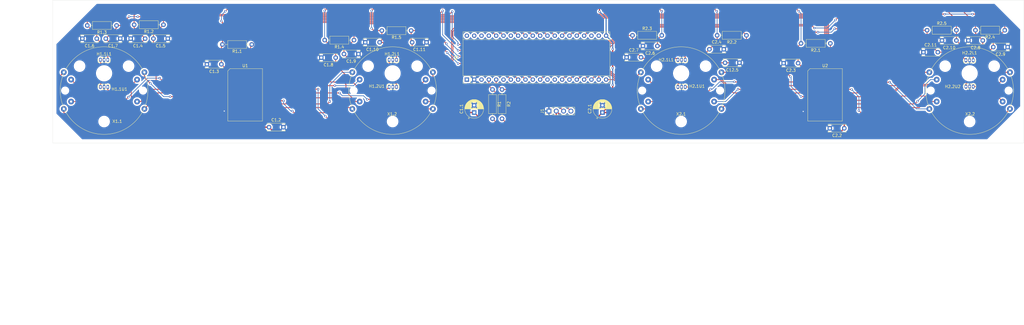
<source format=kicad_pcb>
(kicad_pcb (version 20171130) (host pcbnew "(5.1.9)-1")
  (layers (0 F.Cu signal) (31 B.Cu signal) (34 B.Paste user) (35 F.Paste user) (36 B.SilkS user) (37 F.SilkS user) (38 B.Mask user) (39 F.Mask user) (44 Edge.Cuts user))
  (net 0 "")
  (net 1 "Net-(A1-Pad1)")
  (net 2 "Net-(A1-Pad3)")
  (net 3 "Net-(A1-Pad4)")
  (net 4 "Net-(A1-Pad5)")
  (net 5 "Net-(A1-Pad6)")
  (net 6 "Net-(A1-Pad7)")
  (net 7 "Net-(A1-Pad8)")
  (net 8 "Net-(A1-Pad9)")
  (net 9 "Net-(A1-Pad10)")
  (net 10 "Net-(A1-Pad11)")
  (net 11 "Net-(A1-Pad12)")
  (net 12 "Net-(A1-Pad13)")
  (net 13 "Net-(A1-Pad14)")
  (net 14 "Net-(A1-Pad15)")
  (net 15 "Net-(A1-Pad16)")
  (net 16 "Net-(A1-Pad17)")
  (net 17 "Net-(A1-Pad18)")
  (net 18 "Net-(A1-Pad19)")
  (net 19 "Net-(A1-Pad20)")
  (net 20 "Net-(A1-Pad22)")
  (net 21 "Net-(A1-Pad23)")
  (net 22 "Net-(A1-Pad24)")
  (net 23 "Net-(A1-Pad25)")
  (net 24 "Net-(A1-Pad26)")
  (net 25 "Net-(A1-Pad27)")
  (net 26 "Net-(A1-Pad28)")
  (net 27 "Net-(A1-Pad29)")
  (net 28 "Net-(A1-Pad30)")
  (net 29 "Net-(A1-Pad31)")
  (net 30 "Net-(A1-Pad32)")
  (net 31 "Net-(A1-Pad33)")
  (net 32 "Net-(A1-Pad34)")
  (net 33 "Net-(A1-Pad35)")
  (net 34 "Net-(A1-Pad36)")
  (net 35 "Net-(A1-Pad37)")
  (net 36 "Net-(A1-Pad38)")
  (net 37 "Net-(A1-Pad39)")
  (net 38 "Net-(A1-Pad40)")
  (net 39 "Net-(R1.1-Pad1)")
  (net 40 "Net-(R2.1-Pad1)")
  (net 41 "Net-(U1-Pad11)")
  (net 42 "Net-(U1-Pad18)")
  (net 43 "Net-(U1-Pad10)")
  (net 44 "Net-(U1-Pad19)")
  (net 45 "Net-(U1-Pad9)")
  (net 46 "Net-(U1-Pad20)")
  (net 47 "Net-(U1-Pad8)")
  (net 48 "Net-(U1-Pad21)")
  (net 49 "Net-(U1-Pad7)")
  (net 50 "Net-(U1-Pad22)")
  (net 51 "Net-(U1-Pad6)")
  (net 52 "Net-(U1-Pad23)")
  (net 53 "Net-(U1-Pad5)")
  (net 54 "Net-(U1-Pad24)")
  (net 55 "Net-(U1-Pad4)")
  (net 56 "Net-(U1-Pad25)")
  (net 57 "Net-(U2-Pad25)")
  (net 58 "Net-(U2-Pad4)")
  (net 59 "Net-(U2-Pad24)")
  (net 60 "Net-(U2-Pad5)")
  (net 61 "Net-(U2-Pad23)")
  (net 62 "Net-(U2-Pad6)")
  (net 63 "Net-(U2-Pad22)")
  (net 64 "Net-(U2-Pad7)")
  (net 65 "Net-(U2-Pad21)")
  (net 66 "Net-(U2-Pad8)")
  (net 67 "Net-(U2-Pad20)")
  (net 68 "Net-(U2-Pad9)")
  (net 69 "Net-(U2-Pad19)")
  (net 70 "Net-(U2-Pad10)")
  (net 71 "Net-(U2-Pad18)")
  (net 72 "Net-(U2-Pad11)")
  (net 73 /GND)
  (net 74 /5V)
  (module Connector_PinHeader_1.00mm:X40 (layer F.Cu) (at 267.31 134.62)
    (fp_text reference X2.1 (at -0.026 8.128) (layer F.SilkS))
    (fp_text value X40)
    (pad "" np_thru_hole circle (at -13.5 0) (size 1.8 1.8) (drill 1.8) (layers *.Cu *.Mask))
    (pad "" np_thru_hole circle (at 13.5 0) (size 1.8 1.8) (drill 1.8) (layers *.Cu *.Mask))
    (pad "" np_thru_hole circle (at 0 10.75) (size 3 3) (drill 3) (layers *.Cu *.Mask))
    (pad "" np_thru_hole circle (at 8.49 -8.49) (size 3 3) (drill 3) (layers *.Cu *.Mask))
    (pad "" np_thru_hole circle (at -8.49 -8.49) (size 3 3) (drill 3) (layers *.Cu *.Mask))
    (pad "" np_thru_hole circle (at 0 -6) (size 4.6 4.6) (drill 4.6) (layers *.Cu *.Mask))
    (pad 1b thru_hole circle (at 13.97 -6.36) (size 2 2) (drill 0.8) (layers *.Cu *.Mask) (net 66 "Net-(U2-Pad8)"))
    (pad 2b thru_hole circle (at 13.97 6.36) (size 2 2) (drill 0.8) (layers *.Cu *.Mask) (net 68 "Net-(U2-Pad9)"))
    (pad 3b thru_hole circle (at -13.97 6.36) (size 2 2) (drill 0.8) (layers *.Cu *.Mask) (net 72 "Net-(U2-Pad11)"))
    (pad 4b thru_hole circle (at -13.97 -6.36) (size 2 2) (drill 0.8) (layers *.Cu *.Mask) (net 70 "Net-(U2-Pad10)"))
    (pad 2a thru_hole circle (at 11.43 3.81) (size 2 2) (drill 0.8) (layers *.Cu *.Mask) (net 62 "Net-(U2-Pad6)"))
    (pad 1a thru_hole circle (at 11.43 -3.81) (size 2 2) (drill 0.8) (layers *.Cu *.Mask) (net 64 "Net-(U2-Pad7)"))
    (pad 3a thru_hole circle (at -11.43 3.81) (size 2 2) (drill 0.8) (layers *.Cu *.Mask) (net 58 "Net-(U2-Pad4)"))
    (pad 4a thru_hole circle (at -11.43 -3.81) (size 2 2) (drill 0.8) (layers *.Cu *.Mask) (net 60 "Net-(U2-Pad5)"))
  )
  (module Package_SO:SOP-28 (layer F.Cu) (at 116.205 136.08 270)
    (fp_text reference U1 (at -10.105 0) (layer F.SilkS))
    (fp_text value VID66-06)
    (pad 14 smd rect (at 8.255 4 270) (size 0.7 3) (layers F.Cu F.Paste F.Mask) (net 29 "Net-(A1-Pad31)"))
    (pad 15 smd rect (at 8.255 -4 270) (size 0.7 3) (layers F.Cu F.Paste F.Mask) (net 74 /5V))
    (pad 13 smd rect (at 6.985 4 270) (size 0.7 3) (layers F.Cu F.Paste F.Mask) (net 28 "Net-(A1-Pad30)"))
    (pad 16 smd rect (at 6.985 -4 270) (size 0.7 3) (layers F.Cu F.Paste F.Mask) (net 34 "Net-(A1-Pad36)"))
    (pad 12 smd rect (at 5.715 4 270) (size 0.7 3) (layers F.Cu F.Paste F.Mask) (net 73 /GND))
    (pad 17 smd rect (at 5.715 -4 270) (size 0.7 3) (layers F.Cu F.Paste F.Mask) (net 33 "Net-(A1-Pad35)"))
    (pad 11 smd rect (at 4.445 4 270) (size 0.7 3) (layers F.Cu F.Paste F.Mask) (net 41 "Net-(U1-Pad11)"))
    (pad 18 smd rect (at 4.445 -4 270) (size 0.7 3) (layers F.Cu F.Paste F.Mask) (net 42 "Net-(U1-Pad18)"))
    (pad 10 smd rect (at 3.175 4 270) (size 0.7 3) (layers F.Cu F.Paste F.Mask) (net 43 "Net-(U1-Pad10)"))
    (pad 19 smd rect (at 3.175 -4 270) (size 0.7 3) (layers F.Cu F.Paste F.Mask) (net 44 "Net-(U1-Pad19)"))
    (pad 9 smd rect (at 1.905 4 270) (size 0.7 3) (layers F.Cu F.Paste F.Mask) (net 45 "Net-(U1-Pad9)"))
    (pad 20 smd rect (at 1.905 -4 270) (size 0.7 3) (layers F.Cu F.Paste F.Mask) (net 46 "Net-(U1-Pad20)"))
    (pad 8 smd rect (at 0.635 4 270) (size 0.7 3) (layers F.Cu F.Paste F.Mask) (net 47 "Net-(U1-Pad8)"))
    (pad 21 smd rect (at 0.635 -4 270) (size 0.7 3) (layers F.Cu F.Paste F.Mask) (net 48 "Net-(U1-Pad21)"))
    (pad 7 smd rect (at -0.635 4 270) (size 0.7 3) (layers F.Cu F.Paste F.Mask) (net 49 "Net-(U1-Pad7)"))
    (pad 22 smd rect (at -0.635 -4 270) (size 0.7 3) (layers F.Cu F.Paste F.Mask) (net 50 "Net-(U1-Pad22)"))
    (pad 6 smd rect (at -1.905 4 270) (size 0.7 3) (layers F.Cu F.Paste F.Mask) (net 51 "Net-(U1-Pad6)"))
    (pad 23 smd rect (at -1.905 -4 270) (size 0.7 3) (layers F.Cu F.Paste F.Mask) (net 52 "Net-(U1-Pad23)"))
    (pad 5 smd rect (at -3.175 4 270) (size 0.7 3) (layers F.Cu F.Paste F.Mask) (net 53 "Net-(U1-Pad5)"))
    (pad 24 smd rect (at -3.175 -4 270) (size 0.7 3) (layers F.Cu F.Paste F.Mask) (net 54 "Net-(U1-Pad24)"))
    (pad 4 smd rect (at -4.445 4 270) (size 0.7 3) (layers F.Cu F.Paste F.Mask) (net 55 "Net-(U1-Pad4)"))
    (pad 25 smd rect (at -4.445 -4 270) (size 0.7 3) (layers F.Cu F.Paste F.Mask) (net 56 "Net-(U1-Pad25)"))
    (pad 3 smd rect (at -5.715 4 270) (size 0.7 3) (layers F.Cu F.Paste F.Mask) (net 27 "Net-(A1-Pad29)"))
    (pad 26 smd rect (at -5.715 -4 270) (size 0.7 3) (layers F.Cu F.Paste F.Mask) (net 39 "Net-(R1.1-Pad1)"))
    (pad 2 smd rect (at -6.985 4 270) (size 0.7 3) (layers F.Cu F.Paste F.Mask) (net 26 "Net-(A1-Pad28)"))
    (pad 27 smd rect (at -6.985 -4 270) (size 0.7 3) (layers F.Cu F.Paste F.Mask) (net 31 "Net-(A1-Pad33)"))
    (pad 1 smd rect (at -8.255 4 270) (size 0.7 3) (layers F.Cu F.Paste F.Mask) (net 74 /5V))
    (pad 28 smd rect (at -8.255 -4 270) (size 0.7 3) (layers F.Cu F.Paste F.Mask) (net 30 "Net-(A1-Pad32)"))
  )
  (module Module:Maple_Mini (layer F.Cu) (at 193.04 130.81 90)
    (fp_text reference A1 (at 7.62 -3.81 90) (layer F.SilkS))
    (fp_text value Maple_Mini)
    (pad 40 thru_hole circle (at 15.24 0 90) (size 1.524 1.524) (drill 0.762) (layers *.Cu *.Mask) (net 38 "Net-(A1-Pad40)"))
    (pad 39 thru_hole circle (at 15.24 2.54 90) (size 1.524 1.524) (drill 0.762) (layers *.Cu *.Mask) (net 37 "Net-(A1-Pad39)"))
    (pad 38 thru_hole circle (at 15.24 5.08 90) (size 1.524 1.524) (drill 0.762) (layers *.Cu *.Mask) (net 36 "Net-(A1-Pad38)"))
    (pad 37 thru_hole circle (at 15.24 7.62 90) (size 1.524 1.524) (drill 0.762) (layers *.Cu *.Mask) (net 35 "Net-(A1-Pad37)"))
    (pad 36 thru_hole circle (at 15.24 10.16 90) (size 1.524 1.524) (drill 0.762) (layers *.Cu *.Mask) (net 34 "Net-(A1-Pad36)"))
    (pad 35 thru_hole circle (at 15.24 12.7 90) (size 1.524 1.524) (drill 0.762) (layers *.Cu *.Mask) (net 33 "Net-(A1-Pad35)"))
    (pad 34 thru_hole circle (at 15.24 15.24 90) (size 1.524 1.524) (drill 0.762) (layers *.Cu *.Mask) (net 32 "Net-(A1-Pad34)"))
    (pad 33 thru_hole circle (at 15.24 17.78 90) (size 1.524 1.524) (drill 0.762) (layers *.Cu *.Mask) (net 31 "Net-(A1-Pad33)"))
    (pad 32 thru_hole circle (at 15.24 20.32 90) (size 1.524 1.524) (drill 0.762) (layers *.Cu *.Mask) (net 30 "Net-(A1-Pad32)"))
    (pad 31 thru_hole circle (at 15.24 22.86 90) (size 1.524 1.524) (drill 0.762) (layers *.Cu *.Mask) (net 29 "Net-(A1-Pad31)"))
    (pad 30 thru_hole circle (at 15.24 25.4 90) (size 1.524 1.524) (drill 0.762) (layers *.Cu *.Mask) (net 28 "Net-(A1-Pad30)"))
    (pad 29 thru_hole circle (at 15.24 27.94 90) (size 1.524 1.524) (drill 0.762) (layers *.Cu *.Mask) (net 27 "Net-(A1-Pad29)"))
    (pad 28 thru_hole circle (at 15.24 30.48 90) (size 1.524 1.524) (drill 0.762) (layers *.Cu *.Mask) (net 26 "Net-(A1-Pad28)"))
    (pad 27 thru_hole circle (at 15.24 33.02 90) (size 1.524 1.524) (drill 0.762) (layers *.Cu *.Mask) (net 25 "Net-(A1-Pad27)"))
    (pad 26 thru_hole circle (at 15.24 35.56 90) (size 1.524 1.524) (drill 0.762) (layers *.Cu *.Mask) (net 24 "Net-(A1-Pad26)"))
    (pad 25 thru_hole circle (at 15.24 38.1 90) (size 1.524 1.524) (drill 0.762) (layers *.Cu *.Mask) (net 23 "Net-(A1-Pad25)"))
    (pad 24 thru_hole circle (at 15.24 40.64 90) (size 1.524 1.524) (drill 0.762) (layers *.Cu *.Mask) (net 22 "Net-(A1-Pad24)"))
    (pad 23 thru_hole circle (at 15.24 43.18 90) (size 1.524 1.524) (drill 0.762) (layers *.Cu *.Mask) (net 21 "Net-(A1-Pad23)"))
    (pad 22 thru_hole circle (at 15.24 45.72 90) (size 1.524 1.524) (drill 0.762) (layers *.Cu *.Mask) (net 20 "Net-(A1-Pad22)"))
    (pad 21 thru_hole circle (at 15.24 48.26 90) (size 1.524 1.524) (drill 0.762) (layers *.Cu *.Mask) (net 74 /5V))
    (pad 20 thru_hole circle (at 0 48.26 90) (size 1.524 1.524) (drill 0.762) (layers *.Cu *.Mask) (net 19 "Net-(A1-Pad20)"))
    (pad 19 thru_hole circle (at 0 45.72 90) (size 1.524 1.524) (drill 0.762) (layers *.Cu *.Mask) (net 18 "Net-(A1-Pad19)"))
    (pad 18 thru_hole circle (at 0 43.18 90) (size 1.524 1.524) (drill 0.762) (layers *.Cu *.Mask) (net 17 "Net-(A1-Pad18)"))
    (pad 17 thru_hole circle (at 0 40.64 90) (size 1.524 1.524) (drill 0.762) (layers *.Cu *.Mask) (net 16 "Net-(A1-Pad17)"))
    (pad 16 thru_hole circle (at 0 38.1 90) (size 1.524 1.524) (drill 0.762) (layers *.Cu *.Mask) (net 15 "Net-(A1-Pad16)"))
    (pad 15 thru_hole circle (at 0 35.56 90) (size 1.524 1.524) (drill 0.762) (layers *.Cu *.Mask) (net 14 "Net-(A1-Pad15)"))
    (pad 14 thru_hole circle (at 0 33.02 90) (size 1.524 1.524) (drill 0.762) (layers *.Cu *.Mask) (net 13 "Net-(A1-Pad14)"))
    (pad 13 thru_hole circle (at 0 30.48 90) (size 1.524 1.524) (drill 0.762) (layers *.Cu *.Mask) (net 12 "Net-(A1-Pad13)"))
    (pad 12 thru_hole circle (at 0 27.94 90) (size 1.524 1.524) (drill 0.762) (layers *.Cu *.Mask) (net 11 "Net-(A1-Pad12)"))
    (pad 11 thru_hole circle (at 0 25.4 90) (size 1.524 1.524) (drill 0.762) (layers *.Cu *.Mask) (net 10 "Net-(A1-Pad11)"))
    (pad 10 thru_hole circle (at 0 22.86 90) (size 1.524 1.524) (drill 0.762) (layers *.Cu *.Mask) (net 9 "Net-(A1-Pad10)"))
    (pad 9 thru_hole circle (at 0 20.32 90) (size 1.524 1.524) (drill 0.762) (layers *.Cu *.Mask) (net 8 "Net-(A1-Pad9)"))
    (pad 8 thru_hole circle (at 0 17.78 90) (size 1.524 1.524) (drill 0.762) (layers *.Cu *.Mask) (net 7 "Net-(A1-Pad8)"))
    (pad 7 thru_hole circle (at 0 15.24 90) (size 1.524 1.524) (drill 0.762) (layers *.Cu *.Mask) (net 6 "Net-(A1-Pad7)"))
    (pad 6 thru_hole circle (at 0 12.7 90) (size 1.524 1.524) (drill 0.762) (layers *.Cu *.Mask) (net 5 "Net-(A1-Pad6)"))
    (pad 5 thru_hole circle (at 0 10.16 90) (size 1.524 1.524) (drill 0.762) (layers *.Cu *.Mask) (net 4 "Net-(A1-Pad5)"))
    (pad 4 thru_hole circle (at 0 7.62 90) (size 1.524 1.524) (drill 0.762) (layers *.Cu *.Mask) (net 3 "Net-(A1-Pad4)"))
    (pad 3 thru_hole circle (at 0 5.08 90) (size 1.524 1.524) (drill 0.762) (layers *.Cu *.Mask) (net 2 "Net-(A1-Pad3)"))
    (pad 2 thru_hole circle (at 0 2.54 90) (size 1.524 1.524) (drill 0.762) (layers *.Cu *.Mask) (net 73 /GND))
    (pad 1 thru_hole rect (at 0 0 90) (size 1.524 1.524) (drill 0.762) (layers *.Cu *.Mask) (net 1 "Net-(A1-Pad1)"))
  )
  (module Capacitor_THT:C_Disc_D6.0mm_W2.5mm_P5.00mm (layer F.Cu) (at 147.574 123.19 180)
    (fp_text reference C1.8 (at 2.5 -2.5) (layer F.SilkS))
    (fp_text value "4.7 nF")
    (pad 2 thru_hole circle (at 5 0 180) (size 1.6 1.6) (drill 0.8) (layers *.Cu *.Mask) (net 73 /GND))
    (pad 1 thru_hole circle (at 0 0 180) (size 1.6 1.6) (drill 0.8) (layers *.Cu *.Mask) (net 74 /5V))
  )
  (module Capacitor_THT:C_Disc_D6.0mm_W2.5mm_P5.00mm (layer F.Cu) (at 124.46 147.32)
    (fp_text reference C1.2 (at 2.5 -2.5) (layer F.SilkS))
    (fp_text value "100 nF")
    (pad 2 thru_hole circle (at 5 0) (size 1.6 1.6) (drill 0.8) (layers *.Cu *.Mask) (net 73 /GND))
    (pad 1 thru_hole circle (at 0 0) (size 1.6 1.6) (drill 0.8) (layers *.Cu *.Mask) (net 74 /5V))
  )
  (module Capacitor_THT:C_Disc_D6.0mm_W2.5mm_P5.00mm (layer F.Cu) (at 72.898 116.586 180)
    (fp_text reference C1.7 (at 2.5 -2.5) (layer F.SilkS))
    (fp_text value "4.7 nF")
    (pad 2 thru_hole circle (at 5 0 180) (size 1.6 1.6) (drill 0.8) (layers *.Cu *.Mask) (net 8 "Net-(A1-Pad9)"))
    (pad 1 thru_hole circle (at 0 0 180) (size 1.6 1.6) (drill 0.8) (layers *.Cu *.Mask) (net 73 /GND))
  )
  (module Capacitor_THT:C_Disc_D6.0mm_W2.5mm_P5.00mm (layer F.Cu) (at 155.448 121.92 180)
    (fp_text reference C1.9 (at 2.5 -2.5) (layer F.SilkS))
    (fp_text value "4.7 nF")
    (pad 2 thru_hole circle (at 5 0 180) (size 1.6 1.6) (drill 0.8) (layers *.Cu *.Mask) (net 7 "Net-(A1-Pad8)"))
    (pad 1 thru_hole circle (at 0 0 180) (size 1.6 1.6) (drill 0.8) (layers *.Cu *.Mask) (net 73 /GND))
  )
  (module Capacitor_THT:CP_Radial_D6.3mm_P2.50mm (layer F.Cu) (at 195.58 142.24 90)
    (fp_text reference C1.1 (at 1.25 -4.4 90) (layer F.SilkS))
    (fp_text value "22 uF")
    (pad 2 thru_hole circle (at 2.5 0 90) (size 1.6 1.6) (drill 0.8) (layers *.Cu *.Mask) (net 73 /GND))
    (pad 1 thru_hole rect (at 0 0 90) (size 1.6 1.6) (drill 0.8) (layers *.Cu *.Mask) (net 74 /5V))
  )
  (module Capacitor_THT:C_Disc_D6.0mm_W2.5mm_P5.00mm (layer F.Cu) (at 162.814 117.856 180)
    (fp_text reference C1.10 (at 2.5 -2.5) (layer F.SilkS))
    (fp_text value "4.7 nF")
    (pad 2 thru_hole circle (at 5 0 180) (size 1.6 1.6) (drill 0.8) (layers *.Cu *.Mask) (net 73 /GND))
    (pad 1 thru_hole circle (at 0 0 180) (size 1.6 1.6) (drill 0.8) (layers *.Cu *.Mask) (net 74 /5V))
  )
  (module Capacitor_THT:C_Disc_D6.0mm_W2.5mm_P5.00mm (layer F.Cu) (at 179.07 117.856 180)
    (fp_text reference C1.11 (at 2.5 -2.5) (layer F.SilkS))
    (fp_text value "4.7 nF")
    (pad 2 thru_hole circle (at 5 0 180) (size 1.6 1.6) (drill 0.8) (layers *.Cu *.Mask) (net 6 "Net-(A1-Pad7)"))
    (pad 1 thru_hole circle (at 0 0 180) (size 1.6 1.6) (drill 0.8) (layers *.Cu *.Mask) (net 73 /GND))
  )
  (module Capacitor_THT:C_Disc_D6.0mm_W2.5mm_P5.00mm (layer F.Cu) (at 81.534 116.586 180)
    (fp_text reference C1.4 (at 2.5 -2.5) (layer F.SilkS))
    (fp_text value "4.7 nF")
    (pad 2 thru_hole circle (at 5 0 180) (size 1.6 1.6) (drill 0.8) (layers *.Cu *.Mask) (net 73 /GND))
    (pad 1 thru_hole circle (at 0 0 180) (size 1.6 1.6) (drill 0.8) (layers *.Cu *.Mask) (net 74 /5V))
  )
  (module Capacitor_THT:C_Disc_D6.0mm_W2.5mm_P5.00mm (layer F.Cu) (at 89.408 116.586 180)
    (fp_text reference C1.5 (at 2.5 -2.5) (layer F.SilkS))
    (fp_text value "4.7 nF")
    (pad 2 thru_hole circle (at 5 0 180) (size 1.6 1.6) (drill 0.8) (layers *.Cu *.Mask) (net 9 "Net-(A1-Pad10)"))
    (pad 1 thru_hole circle (at 0 0 180) (size 1.6 1.6) (drill 0.8) (layers *.Cu *.Mask) (net 73 /GND))
  )
  (module Capacitor_THT:C_Disc_D6.0mm_W2.5mm_P5.00mm (layer F.Cu) (at 64.77 116.586 180)
    (fp_text reference C1.6 (at 2.5 -2.5) (layer F.SilkS))
    (fp_text value "4.7 nF")
    (pad 2 thru_hole circle (at 5 0 180) (size 1.6 1.6) (drill 0.8) (layers *.Cu *.Mask) (net 73 /GND))
    (pad 1 thru_hole circle (at 0 0 180) (size 1.6 1.6) (drill 0.8) (layers *.Cu *.Mask) (net 74 /5V))
  )
  (module Capacitor_THT:C_Disc_D6.0mm_W2.5mm_P5.00mm (layer F.Cu) (at 107.95 125.476 180)
    (fp_text reference C1.3 (at 2.5 -2.5) (layer F.SilkS))
    (fp_text value "100 nF")
    (pad 2 thru_hole circle (at 5 0 180) (size 1.6 1.6) (drill 0.8) (layers *.Cu *.Mask) (net 73 /GND))
    (pad 1 thru_hole circle (at 0 0 180) (size 1.6 1.6) (drill 0.8) (layers *.Cu *.Mask) (net 74 /5V))
  )
  (module Capacitor_THT:CP_Radial_D6.3mm_P2.50mm (layer F.Cu) (at 240.03 142.24 90)
    (fp_text reference C2.1 (at 1.25 -4.4 90) (layer F.SilkS))
    (fp_text value "22 uF")
    (pad 2 thru_hole circle (at 2.5 0 90) (size 1.6 1.6) (drill 0.8) (layers *.Cu *.Mask) (net 73 /GND))
    (pad 1 thru_hole rect (at 0 0 90) (size 1.6 1.6) (drill 0.8) (layers *.Cu *.Mask) (net 74 /5V))
  )
  (module Capacitor_THT:C_Disc_D6.0mm_W2.5mm_P5.00mm (layer F.Cu) (at 380.492 119.507 180)
    (fp_text reference C2.9 (at 2.5 -2.5) (layer F.SilkS))
    (fp_text value "4.7 nF")
    (pad 2 thru_hole circle (at 5 0 180) (size 1.6 1.6) (drill 0.8) (layers *.Cu *.Mask) (net 10 "Net-(A1-Pad11)"))
    (pad 1 thru_hole circle (at 0 0 180) (size 1.6 1.6) (drill 0.8) (layers *.Cu *.Mask) (net 73 /GND))
  )
  (module Capacitor_THT:C_Disc_D6.0mm_W2.5mm_P5.00mm (layer F.Cu) (at 248.412 123.063)
    (fp_text reference C2.7 (at 2.5 -2.5) (layer F.SilkS))
    (fp_text value "4.7 nF")
    (pad 2 thru_hole circle (at 5 0) (size 1.6 1.6) (drill 0.8) (layers *.Cu *.Mask) (net 15 "Net-(A1-Pad16)"))
    (pad 1 thru_hole circle (at 0 0) (size 1.6 1.6) (drill 0.8) (layers *.Cu *.Mask) (net 73 /GND))
  )
  (module Capacitor_THT:C_Disc_D6.0mm_W2.5mm_P5.00mm (layer F.Cu) (at 259.08 119.126 180)
    (fp_text reference C2.6 (at 2.5 -2.5) (layer F.SilkS))
    (fp_text value "4.7 nF")
    (pad 2 thru_hole circle (at 5 0 180) (size 1.6 1.6) (drill 0.8) (layers *.Cu *.Mask) (net 73 /GND))
    (pad 1 thru_hole circle (at 0 0 180) (size 1.6 1.6) (drill 0.8) (layers *.Cu *.Mask) (net 74 /5V))
  )
  (module Capacitor_THT:C_Disc_D6.0mm_W2.5mm_P5.00mm (layer F.Cu) (at 362.712 117.221 180)
    (fp_text reference C2.10 (at 2.5 -2.5) (layer F.SilkS))
    (fp_text value "4.7 nF")
    (pad 2 thru_hole circle (at 5 0 180) (size 1.6 1.6) (drill 0.8) (layers *.Cu *.Mask) (net 73 /GND))
    (pad 1 thru_hole circle (at 0 0 180) (size 1.6 1.6) (drill 0.8) (layers *.Cu *.Mask) (net 74 /5V))
  )
  (module Capacitor_THT:C_Disc_D6.0mm_W2.5mm_P5.00mm (layer F.Cu) (at 351.282 121.285)
    (fp_text reference C2.11 (at 2.5 -2.5) (layer F.SilkS))
    (fp_text value "4.7 nF")
    (pad 2 thru_hole circle (at 5 0) (size 1.6 1.6) (drill 0.8) (layers *.Cu *.Mask) (net 13 "Net-(A1-Pad14)"))
    (pad 1 thru_hole circle (at 0 0) (size 1.6 1.6) (drill 0.8) (layers *.Cu *.Mask) (net 73 /GND))
  )
  (module Capacitor_THT:C_Disc_D6.0mm_W2.5mm_P5.00mm (layer F.Cu) (at 277.114 120.269)
    (fp_text reference C2.4 (at 2.5 -2.5) (layer F.SilkS))
    (fp_text value "4.7 nF")
    (pad 2 thru_hole circle (at 5 0) (size 1.6 1.6) (drill 0.8) (layers *.Cu *.Mask) (net 73 /GND))
    (pad 1 thru_hole circle (at 0 0) (size 1.6 1.6) (drill 0.8) (layers *.Cu *.Mask) (net 74 /5V))
  )
  (module Capacitor_THT:C_Disc_D6.0mm_W2.5mm_P5.00mm (layer F.Cu) (at 307.848 125.095 180)
    (fp_text reference C2.3 (at 2.5 -2.5) (layer F.SilkS))
    (fp_text value "100 nF")
    (pad 2 thru_hole circle (at 5 0 180) (size 1.6 1.6) (drill 0.8) (layers *.Cu *.Mask) (net 73 /GND))
    (pad 1 thru_hole circle (at 0 0 180) (size 1.6 1.6) (drill 0.8) (layers *.Cu *.Mask) (net 74 /5V))
  )
  (module Capacitor_THT:C_Disc_D6.0mm_W2.5mm_P5.00mm (layer F.Cu) (at 323.85 147.701 180)
    (fp_text reference C2.2 (at 2.5 -2.5) (layer F.SilkS))
    (fp_text value "100 nF")
    (pad 2 thru_hole circle (at 5 0 180) (size 1.6 1.6) (drill 0.8) (layers *.Cu *.Mask) (net 73 /GND))
    (pad 1 thru_hole circle (at 0 0 180) (size 1.6 1.6) (drill 0.8) (layers *.Cu *.Mask) (net 74 /5V))
  )
  (module Capacitor_THT:C_Disc_D6.0mm_W2.5mm_P5.00mm (layer F.Cu) (at 371.856 117.221 180)
    (fp_text reference C2.8 (at 2.5 -2.5) (layer F.SilkS))
    (fp_text value "4.7 nF")
    (pad 2 thru_hole circle (at 5 0 180) (size 1.6 1.6) (drill 0.8) (layers *.Cu *.Mask) (net 73 /GND))
    (pad 1 thru_hole circle (at 0 0 180) (size 1.6 1.6) (drill 0.8) (layers *.Cu *.Mask) (net 74 /5V))
  )
  (module Capacitor_THT:C_Disc_D6.0mm_W2.5mm_P5.00mm (layer F.Cu) (at 287.528 124.968 180)
    (fp_text reference C12.5 (at 2.5 -2.5) (layer F.SilkS))
    (fp_text value "4.7 nF")
    (pad 2 thru_hole circle (at 5 0 180) (size 1.6 1.6) (drill 0.8) (layers *.Cu *.Mask) (net 14 "Net-(A1-Pad15)"))
    (pad 1 thru_hole circle (at 0 0 180) (size 1.6 1.6) (drill 0.8) (layers *.Cu *.Mask) (net 73 /GND))
  )
  (module "pcb rev1:PG-SSO-3-02" (layer F.Cu) (at 67.31 123.952 180)
    (fp_text reference H1.1L1 (at 0 2.032) (layer F.SilkS))
    (fp_text value TLE4905L)
    (pad 1 thru_hole oval (at -1.27 0) (size 0.89916 1.50114) (drill 0.6) (layers *.Cu *.Mask) (net 74 /5V))
    (pad 3 thru_hole oval (at 1.27 0) (size 0.89916 1.50114) (drill 0.6) (layers *.Cu *.Mask) (net 8 "Net-(A1-Pad9)"))
    (pad 2 thru_hole oval (at 0 0) (size 0.89916 1.50114) (drill 0.6) (layers *.Cu *.Mask) (net 73 /GND))
  )
  (module "pcb rev1:PG-SSO-3-02" (layer F.Cu) (at 67.31 133.35)
    (fp_text reference H1.1U1 (at 5.334 0.762) (layer F.SilkS))
    (fp_text value TLE4905L)
    (pad 1 thru_hole oval (at -1.27 0 180) (size 0.89916 1.50114) (drill 0.6) (layers *.Cu *.Mask) (net 74 /5V))
    (pad 3 thru_hole oval (at 1.27 0 180) (size 0.89916 1.50114) (drill 0.6) (layers *.Cu *.Mask) (net 9 "Net-(A1-Pad10)"))
    (pad 2 thru_hole oval (at 0 0 180) (size 0.89916 1.50114) (drill 0.6) (layers *.Cu *.Mask) (net 73 /GND))
  )
  (module "pcb rev1:PG-SSO-3-02" (layer F.Cu) (at 167.386 123.952 180)
    (fp_text reference H1.2L1 (at 0.254 2.032) (layer F.SilkS))
    (fp_text value TLE4905L)
    (pad 1 thru_hole oval (at -1.27 0) (size 0.89916 1.50114) (drill 0.6) (layers *.Cu *.Mask) (net 74 /5V))
    (pad 3 thru_hole oval (at 1.27 0) (size 0.89916 1.50114) (drill 0.6) (layers *.Cu *.Mask) (net 6 "Net-(A1-Pad7)"))
    (pad 2 thru_hole oval (at 0 0) (size 0.89916 1.50114) (drill 0.6) (layers *.Cu *.Mask) (net 73 /GND))
  )
  (module "pcb rev1:PG-SSO-3-02" (layer F.Cu) (at 167.386 133.35)
    (fp_text reference H1.2U1 (at -5.588 -0.254) (layer F.SilkS))
    (fp_text value TLE4905L)
    (pad 1 thru_hole oval (at -1.27 0 180) (size 0.89916 1.50114) (drill 0.6) (layers *.Cu *.Mask) (net 74 /5V))
    (pad 3 thru_hole oval (at 1.27 0 180) (size 0.89916 1.50114) (drill 0.6) (layers *.Cu *.Mask) (net 7 "Net-(A1-Pad8)"))
    (pad 2 thru_hole oval (at 0 0 180) (size 0.89916 1.50114) (drill 0.6) (layers *.Cu *.Mask) (net 73 /GND))
  )
  (module "pcb rev1:PG-SSO-3-02" (layer F.Cu) (at 367.284 133.223)
    (fp_text reference H2.2U2 (at -5.842 0) (layer F.SilkS))
    (fp_text value TLE4905L)
    (pad 1 thru_hole oval (at -1.27 0 180) (size 0.89916 1.50114) (drill 0.6) (layers *.Cu *.Mask) (net 74 /5V))
    (pad 3 thru_hole oval (at 1.27 0 180) (size 0.89916 1.50114) (drill 0.6) (layers *.Cu *.Mask) (net 10 "Net-(A1-Pad11)"))
    (pad 2 thru_hole oval (at 0 0 180) (size 0.89916 1.50114) (drill 0.6) (layers *.Cu *.Mask) (net 73 /GND))
  )
  (module "pcb rev1:PG-SSO-3-02" (layer F.Cu) (at 267.462 123.952 180)
    (fp_text reference H2.1L1 (at 5.334 0) (layer F.SilkS))
    (fp_text value TLE4905L)
    (pad 1 thru_hole oval (at -1.27 0) (size 0.89916 1.50114) (drill 0.6) (layers *.Cu *.Mask) (net 74 /5V))
    (pad 3 thru_hole oval (at 1.27 0) (size 0.89916 1.50114) (drill 0.6) (layers *.Cu *.Mask) (net 15 "Net-(A1-Pad16)"))
    (pad 2 thru_hole oval (at 0 0) (size 0.89916 1.50114) (drill 0.6) (layers *.Cu *.Mask) (net 73 /GND))
  )
  (module "pcb rev1:PG-SSO-3-02" (layer F.Cu) (at 267.462 133.35)
    (fp_text reference H2.1U1 (at 5.334 -0.254 180) (layer F.SilkS))
    (fp_text value TLE4905L)
    (pad 1 thru_hole oval (at -1.27 0 180) (size 0.89916 1.50114) (drill 0.6) (layers *.Cu *.Mask) (net 74 /5V))
    (pad 3 thru_hole oval (at 1.27 0 180) (size 0.89916 1.50114) (drill 0.6) (layers *.Cu *.Mask) (net 14 "Net-(A1-Pad15)"))
    (pad 2 thru_hole oval (at 0 0 180) (size 0.89916 1.50114) (drill 0.6) (layers *.Cu *.Mask) (net 73 /GND))
  )
  (module "pcb rev1:PG-SSO-3-02" (layer F.Cu) (at 367.284 124.079 180)
    (fp_text reference H2.2L1 (at 0 2.54) (layer F.SilkS))
    (fp_text value TLE4905L)
    (pad 1 thru_hole oval (at -1.27 0) (size 0.89916 1.50114) (drill 0.6) (layers *.Cu *.Mask) (net 74 /5V))
    (pad 3 thru_hole oval (at 1.27 0) (size 0.89916 1.50114) (drill 0.6) (layers *.Cu *.Mask) (net 13 "Net-(A1-Pad14)"))
    (pad 2 thru_hole oval (at 0 0) (size 0.89916 1.50114) (drill 0.6) (layers *.Cu *.Mask) (net 73 /GND))
  )
  (module Connector_PinHeader_2.54mm:PinHeader_1x04_P2.54mm_Vertical (layer F.Cu) (at 221.488 141.732 90)
    (fp_text reference J1 (at 0 -2.33 90) (layer F.SilkS))
    (fp_text value Conn_01x04_Female)
    (pad 4 thru_hole oval (at 0 7.62 90) (size 1.7 1.7) (drill 1) (layers *.Cu *.Mask) (net 4 "Net-(A1-Pad5)"))
    (pad 3 thru_hole oval (at 0 5.08 90) (size 1.7 1.7) (drill 1) (layers *.Cu *.Mask) (net 3 "Net-(A1-Pad4)"))
    (pad 2 thru_hole oval (at 0 2.54 90) (size 1.7 1.7) (drill 1) (layers *.Cu *.Mask) (net 74 /5V))
    (pad 1 thru_hole rect (at 0 0 90) (size 1.7 1.7) (drill 1) (layers *.Cu *.Mask) (net 73 /GND))
  )
  (module Resistor_THT:R_Axial_DIN0207_L6.3mm_D2.5mm_P10.16mm_Horizontal (layer F.Cu) (at 71.628 112.014 180)
    (fp_text reference R1.3 (at 5.08 -2.37) (layer F.SilkS))
    (fp_text value 1K2)
    (pad 2 thru_hole oval (at 10.16 0 180) (size 1.6 1.6) (drill 0.8) (layers *.Cu *.Mask) (net 74 /5V))
    (pad 1 thru_hole circle (at 0 0 180) (size 1.6 1.6) (drill 0.8) (layers *.Cu *.Mask) (net 8 "Net-(A1-Pad9)"))
  )
  (module Resistor_THT:R_Axial_DIN0207_L6.3mm_D2.5mm_P10.16mm_Horizontal (layer F.Cu) (at 118.491 118.618 180)
    (fp_text reference R1.1 (at 5.08 -2.37) (layer F.SilkS))
    (fp_text value 1K)
    (pad 2 thru_hole oval (at 10.16 0 180) (size 1.6 1.6) (drill 0.8) (layers *.Cu *.Mask) (net 74 /5V))
    (pad 1 thru_hole circle (at 0 0 180) (size 1.6 1.6) (drill 0.8) (layers *.Cu *.Mask) (net 39 "Net-(R1.1-Pad1)"))
  )
  (module Resistor_THT:R_Axial_DIN0207_L6.3mm_D2.5mm_P10.16mm_Horizontal (layer F.Cu) (at 201.93 134.239 270)
    (fp_text reference R1 (at 5.08 -2.37 90) (layer F.SilkS))
    (fp_text value 5K)
    (pad 2 thru_hole oval (at 10.16 0 270) (size 1.6 1.6) (drill 0.8) (layers *.Cu *.Mask) (net 74 /5V))
    (pad 1 thru_hole circle (at 0 0 270) (size 1.6 1.6) (drill 0.8) (layers *.Cu *.Mask) (net 3 "Net-(A1-Pad4)"))
  )
  (module Resistor_THT:R_Axial_DIN0207_L6.3mm_D2.5mm_P10.16mm_Horizontal (layer F.Cu) (at 87.884 111.76 180)
    (fp_text reference R1.2 (at 5.08 -2.37) (layer F.SilkS))
    (fp_text value 1K2)
    (pad 2 thru_hole oval (at 10.16 0 180) (size 1.6 1.6) (drill 0.8) (layers *.Cu *.Mask) (net 74 /5V))
    (pad 1 thru_hole circle (at 0 0 180) (size 1.6 1.6) (drill 0.8) (layers *.Cu *.Mask) (net 9 "Net-(A1-Pad10)"))
  )
  (module Resistor_THT:R_Axial_DIN0207_L6.3mm_D2.5mm_P10.16mm_Horizontal (layer F.Cu) (at 153.924 117.094 180)
    (fp_text reference R1.4 (at 5.08 -2.37) (layer F.SilkS))
    (fp_text value 1K2)
    (pad 2 thru_hole oval (at 10.16 0 180) (size 1.6 1.6) (drill 0.8) (layers *.Cu *.Mask) (net 74 /5V))
    (pad 1 thru_hole circle (at 0 0 180) (size 1.6 1.6) (drill 0.8) (layers *.Cu *.Mask) (net 7 "Net-(A1-Pad8)"))
  )
  (module Resistor_THT:R_Axial_DIN0207_L6.3mm_D2.5mm_P10.16mm_Horizontal (layer F.Cu) (at 173.736 113.792 180)
    (fp_text reference R1.5 (at 5.08 -2.37) (layer F.SilkS))
    (fp_text value 1K2)
    (pad 2 thru_hole oval (at 10.16 0 180) (size 1.6 1.6) (drill 0.8) (layers *.Cu *.Mask) (net 74 /5V))
    (pad 1 thru_hole circle (at 0 0 180) (size 1.6 1.6) (drill 0.8) (layers *.Cu *.Mask) (net 6 "Net-(A1-Pad7)"))
  )
  (module Resistor_THT:R_Axial_DIN0207_L6.3mm_D2.5mm_P10.16mm_Horizontal (layer F.Cu) (at 319.024 118.237 180)
    (fp_text reference R2.1 (at 5.08 -2.37) (layer F.SilkS))
    (fp_text value 1K)
    (pad 2 thru_hole oval (at 10.16 0 180) (size 1.6 1.6) (drill 0.8) (layers *.Cu *.Mask) (net 74 /5V))
    (pad 1 thru_hole circle (at 0 0 180) (size 1.6 1.6) (drill 0.8) (layers *.Cu *.Mask) (net 40 "Net-(R2.1-Pad1)"))
  )
  (module Resistor_THT:R_Axial_DIN0207_L6.3mm_D2.5mm_P10.16mm_Horizontal (layer F.Cu) (at 205.232 134.239 270)
    (fp_text reference R2 (at 5.08 -2.37 90) (layer F.SilkS))
    (fp_text value 5K)
    (pad 2 thru_hole oval (at 10.16 0 270) (size 1.6 1.6) (drill 0.8) (layers *.Cu *.Mask) (net 74 /5V))
    (pad 1 thru_hole circle (at 0 0 270) (size 1.6 1.6) (drill 0.8) (layers *.Cu *.Mask) (net 4 "Net-(A1-Pad5)"))
  )
  (module Resistor_THT:R_Axial_DIN0207_L6.3mm_D2.5mm_P10.16mm_Horizontal (layer F.Cu) (at 352.552 113.665)
    (fp_text reference R2.5 (at 5.08 -2.37) (layer F.SilkS))
    (fp_text value 1K2)
    (pad 2 thru_hole oval (at 10.16 0) (size 1.6 1.6) (drill 0.8) (layers *.Cu *.Mask) (net 74 /5V))
    (pad 1 thru_hole circle (at 0 0) (size 1.6 1.6) (drill 0.8) (layers *.Cu *.Mask) (net 13 "Net-(A1-Pad14)"))
  )
  (module Resistor_THT:R_Axial_DIN0207_L6.3mm_D2.5mm_P10.16mm_Horizontal (layer F.Cu) (at 289.941 115.443 180)
    (fp_text reference R2.2 (at 5.08 -2.37) (layer F.SilkS))
    (fp_text value 1K2)
    (pad 2 thru_hole oval (at 10.16 0 180) (size 1.6 1.6) (drill 0.8) (layers *.Cu *.Mask) (net 74 /5V))
    (pad 1 thru_hole circle (at 0 0 180) (size 1.6 1.6) (drill 0.8) (layers *.Cu *.Mask) (net 14 "Net-(A1-Pad15)"))
  )
  (module Resistor_THT:R_Axial_DIN0207_L6.3mm_D2.5mm_P10.16mm_Horizontal (layer F.Cu) (at 379.476 113.665 180)
    (fp_text reference R2.4 (at 5.08 -2.37) (layer F.SilkS))
    (fp_text value 1K2)
    (pad 2 thru_hole oval (at 10.16 0 180) (size 1.6 1.6) (drill 0.8) (layers *.Cu *.Mask) (net 74 /5V))
    (pad 1 thru_hole circle (at 0 0 180) (size 1.6 1.6) (drill 0.8) (layers *.Cu *.Mask) (net 10 "Net-(A1-Pad11)"))
  )
  (module Resistor_THT:R_Axial_DIN0207_L6.3mm_D2.5mm_P10.16mm_Horizontal (layer F.Cu) (at 250.444 115.443)
    (fp_text reference R2.3 (at 5.08 -2.37) (layer F.SilkS))
    (fp_text value 1K2)
    (pad 2 thru_hole oval (at 10.16 0) (size 1.6 1.6) (drill 0.8) (layers *.Cu *.Mask) (net 74 /5V))
    (pad 1 thru_hole circle (at 0 0) (size 1.6 1.6) (drill 0.8) (layers *.Cu *.Mask) (net 15 "Net-(A1-Pad16)"))
  )
  (module Package_SO:SOP-28 (layer F.Cu) (at 317.205 136.08 270)
    (fp_text reference U2 (at -10.105 0) (layer F.SilkS))
    (fp_text value VID66-06)
    (pad 14 smd rect (at 8.255 4 270) (size 0.7 3) (layers F.Cu F.Paste F.Mask) (net 17 "Net-(A1-Pad18)"))
    (pad 15 smd rect (at 8.255 -4 270) (size 0.7 3) (layers F.Cu F.Paste F.Mask) (net 74 /5V))
    (pad 13 smd rect (at 6.985 4 270) (size 0.7 3) (layers F.Cu F.Paste F.Mask) (net 16 "Net-(A1-Pad17)"))
    (pad 16 smd rect (at 6.985 -4 270) (size 0.7 3) (layers F.Cu F.Paste F.Mask) (net 22 "Net-(A1-Pad24)"))
    (pad 12 smd rect (at 5.715 4 270) (size 0.7 3) (layers F.Cu F.Paste F.Mask) (net 73 /GND))
    (pad 17 smd rect (at 5.715 -4 270) (size 0.7 3) (layers F.Cu F.Paste F.Mask) (net 23 "Net-(A1-Pad25)"))
    (pad 11 smd rect (at 4.445 4 270) (size 0.7 3) (layers F.Cu F.Paste F.Mask) (net 72 "Net-(U2-Pad11)"))
    (pad 18 smd rect (at 4.445 -4 270) (size 0.7 3) (layers F.Cu F.Paste F.Mask) (net 71 "Net-(U2-Pad18)"))
    (pad 10 smd rect (at 3.175 4 270) (size 0.7 3) (layers F.Cu F.Paste F.Mask) (net 70 "Net-(U2-Pad10)"))
    (pad 19 smd rect (at 3.175 -4 270) (size 0.7 3) (layers F.Cu F.Paste F.Mask) (net 69 "Net-(U2-Pad19)"))
    (pad 9 smd rect (at 1.905 4 270) (size 0.7 3) (layers F.Cu F.Paste F.Mask) (net 68 "Net-(U2-Pad9)"))
    (pad 20 smd rect (at 1.905 -4 270) (size 0.7 3) (layers F.Cu F.Paste F.Mask) (net 67 "Net-(U2-Pad20)"))
    (pad 8 smd rect (at 0.635 4 270) (size 0.7 3) (layers F.Cu F.Paste F.Mask) (net 66 "Net-(U2-Pad8)"))
    (pad 21 smd rect (at 0.635 -4 270) (size 0.7 3) (layers F.Cu F.Paste F.Mask) (net 65 "Net-(U2-Pad21)"))
    (pad 7 smd rect (at -0.635 4 270) (size 0.7 3) (layers F.Cu F.Paste F.Mask) (net 64 "Net-(U2-Pad7)"))
    (pad 22 smd rect (at -0.635 -4 270) (size 0.7 3) (layers F.Cu F.Paste F.Mask) (net 63 "Net-(U2-Pad22)"))
    (pad 6 smd rect (at -1.905 4 270) (size 0.7 3) (layers F.Cu F.Paste F.Mask) (net 62 "Net-(U2-Pad6)"))
    (pad 23 smd rect (at -1.905 -4 270) (size 0.7 3) (layers F.Cu F.Paste F.Mask) (net 61 "Net-(U2-Pad23)"))
    (pad 5 smd rect (at -3.175 4 270) (size 0.7 3) (layers F.Cu F.Paste F.Mask) (net 60 "Net-(U2-Pad5)"))
    (pad 24 smd rect (at -3.175 -4 270) (size 0.7 3) (layers F.Cu F.Paste F.Mask) (net 59 "Net-(U2-Pad24)"))
    (pad 4 smd rect (at -4.445 4 270) (size 0.7 3) (layers F.Cu F.Paste F.Mask) (net 58 "Net-(U2-Pad4)"))
    (pad 25 smd rect (at -4.445 -4 270) (size 0.7 3) (layers F.Cu F.Paste F.Mask) (net 57 "Net-(U2-Pad25)"))
    (pad 3 smd rect (at -5.715 4 270) (size 0.7 3) (layers F.Cu F.Paste F.Mask) (net 18 "Net-(A1-Pad19)"))
    (pad 26 smd rect (at -5.715 -4 270) (size 0.7 3) (layers F.Cu F.Paste F.Mask) (net 40 "Net-(R2.1-Pad1)"))
    (pad 2 smd rect (at -6.985 4 270) (size 0.7 3) (layers F.Cu F.Paste F.Mask) (net 19 "Net-(A1-Pad20)"))
    (pad 27 smd rect (at -6.985 -4 270) (size 0.7 3) (layers F.Cu F.Paste F.Mask) (net 25 "Net-(A1-Pad27)"))
    (pad 1 smd rect (at -8.255 4 270) (size 0.7 3) (layers F.Cu F.Paste F.Mask) (net 74 /5V))
    (pad 28 smd rect (at -8.255 -4 270) (size 0.7 3) (layers F.Cu F.Paste F.Mask) (net 24 "Net-(A1-Pad26)"))
  )
  (module Connector_PinHeader_1.00mm:X40 (layer F.Cu) (at 67.31 134.62)
    (fp_text reference X1.1 (at 4.572 10.668) (layer F.SilkS))
    (fp_text value X40)
    (pad "" np_thru_hole circle (at -13.5 0) (size 1.8 1.8) (drill 1.8) (layers *.Cu *.Mask))
    (pad "" np_thru_hole circle (at 13.5 0) (size 1.8 1.8) (drill 1.8) (layers *.Cu *.Mask))
    (pad "" np_thru_hole circle (at 0 10.75) (size 3 3) (drill 3) (layers *.Cu *.Mask))
    (pad "" np_thru_hole circle (at 8.49 -8.49) (size 3 3) (drill 3) (layers *.Cu *.Mask))
    (pad "" np_thru_hole circle (at -8.49 -8.49) (size 3 3) (drill 3) (layers *.Cu *.Mask))
    (pad "" np_thru_hole circle (at 0 -6) (size 4.6 4.6) (drill 4.6) (layers *.Cu *.Mask))
    (pad 1b thru_hole circle (at 13.97 -6.36) (size 2 2) (drill 0.8) (layers *.Cu *.Mask) (net 47 "Net-(U1-Pad8)"))
    (pad 2b thru_hole circle (at 13.97 6.36) (size 2 2) (drill 0.8) (layers *.Cu *.Mask) (net 45 "Net-(U1-Pad9)"))
    (pad 3b thru_hole circle (at -13.97 6.36) (size 2 2) (drill 0.8) (layers *.Cu *.Mask) (net 41 "Net-(U1-Pad11)"))
    (pad 4b thru_hole circle (at -13.97 -6.36) (size 2 2) (drill 0.8) (layers *.Cu *.Mask) (net 43 "Net-(U1-Pad10)"))
    (pad 2a thru_hole circle (at 11.43 3.81) (size 2 2) (drill 0.8) (layers *.Cu *.Mask) (net 51 "Net-(U1-Pad6)"))
    (pad 1a thru_hole circle (at 11.43 -3.81) (size 2 2) (drill 0.8) (layers *.Cu *.Mask) (net 49 "Net-(U1-Pad7)"))
    (pad 3a thru_hole circle (at -11.43 3.81) (size 2 2) (drill 0.8) (layers *.Cu *.Mask) (net 55 "Net-(U1-Pad4)"))
    (pad 4a thru_hole circle (at -11.43 -3.81) (size 2 2) (drill 0.8) (layers *.Cu *.Mask) (net 53 "Net-(U1-Pad5)"))
  )
  (module Connector_PinHeader_1.00mm:X40 (layer F.Cu) (at 167.31 134.62)
    (fp_text reference X1.2 (at -0.178 8.128) (layer F.SilkS))
    (fp_text value X40)
    (pad "" np_thru_hole circle (at -13.5 0) (size 1.8 1.8) (drill 1.8) (layers *.Cu *.Mask))
    (pad "" np_thru_hole circle (at 13.5 0) (size 1.8 1.8) (drill 1.8) (layers *.Cu *.Mask))
    (pad "" np_thru_hole circle (at 0 10.75) (size 3 3) (drill 3) (layers *.Cu *.Mask))
    (pad "" np_thru_hole circle (at 8.49 -8.49) (size 3 3) (drill 3) (layers *.Cu *.Mask))
    (pad "" np_thru_hole circle (at -8.49 -8.49) (size 3 3) (drill 3) (layers *.Cu *.Mask))
    (pad "" np_thru_hole circle (at 0 -6) (size 4.6 4.6) (drill 4.6) (layers *.Cu *.Mask))
    (pad 1b thru_hole circle (at 13.97 -6.36) (size 2 2) (drill 0.8) (layers *.Cu *.Mask) (net 48 "Net-(U1-Pad21)"))
    (pad 2b thru_hole circle (at 13.97 6.36) (size 2 2) (drill 0.8) (layers *.Cu *.Mask) (net 46 "Net-(U1-Pad20)"))
    (pad 3b thru_hole circle (at -13.97 6.36) (size 2 2) (drill 0.8) (layers *.Cu *.Mask) (net 42 "Net-(U1-Pad18)"))
    (pad 4b thru_hole circle (at -13.97 -6.36) (size 2 2) (drill 0.8) (layers *.Cu *.Mask) (net 44 "Net-(U1-Pad19)"))
    (pad 2a thru_hole circle (at 11.43 3.81) (size 2 2) (drill 0.8) (layers *.Cu *.Mask) (net 52 "Net-(U1-Pad23)"))
    (pad 1a thru_hole circle (at 11.43 -3.81) (size 2 2) (drill 0.8) (layers *.Cu *.Mask) (net 50 "Net-(U1-Pad22)"))
    (pad 3a thru_hole circle (at -11.43 3.81) (size 2 2) (drill 0.8) (layers *.Cu *.Mask) (net 56 "Net-(U1-Pad25)"))
    (pad 4a thru_hole circle (at -11.43 -3.81) (size 2 2) (drill 0.8) (layers *.Cu *.Mask) (net 54 "Net-(U1-Pad24)"))
  )
  (module Connector_PinHeader_1.00mm:X40 (layer F.Cu) (at 367.31 134.62)
    (fp_text reference X2.2 (at 0.152 8.128) (layer F.SilkS))
    (fp_text value X40)
    (pad "" np_thru_hole circle (at -13.5 0) (size 1.8 1.8) (drill 1.8) (layers *.Cu *.Mask))
    (pad "" np_thru_hole circle (at 13.5 0) (size 1.8 1.8) (drill 1.8) (layers *.Cu *.Mask))
    (pad "" np_thru_hole circle (at 0 10.75) (size 3 3) (drill 3) (layers *.Cu *.Mask))
    (pad "" np_thru_hole circle (at 8.49 -8.49) (size 3 3) (drill 3) (layers *.Cu *.Mask))
    (pad "" np_thru_hole circle (at -8.49 -8.49) (size 3 3) (drill 3) (layers *.Cu *.Mask))
    (pad "" np_thru_hole circle (at 0 -6) (size 4.6 4.6) (drill 4.6) (layers *.Cu *.Mask))
    (pad 1b thru_hole circle (at 13.97 -6.36) (size 2 2) (drill 0.8) (layers *.Cu *.Mask) (net 63 "Net-(U2-Pad22)"))
    (pad 2b thru_hole circle (at 13.97 6.36) (size 2 2) (drill 0.8) (layers *.Cu *.Mask) (net 61 "Net-(U2-Pad23)"))
    (pad 3b thru_hole circle (at -13.97 6.36) (size 2 2) (drill 0.8) (layers *.Cu *.Mask) (net 57 "Net-(U2-Pad25)"))
    (pad 4b thru_hole circle (at -13.97 -6.36) (size 2 2) (drill 0.8) (layers *.Cu *.Mask) (net 59 "Net-(U2-Pad24)"))
    (pad 2a thru_hole circle (at 11.43 3.81) (size 2 2) (drill 0.8) (layers *.Cu *.Mask) (net 67 "Net-(U2-Pad20)"))
    (pad 1a thru_hole circle (at 11.43 -3.81) (size 2 2) (drill 0.8) (layers *.Cu *.Mask) (net 65 "Net-(U2-Pad21)"))
    (pad 3a thru_hole circle (at -11.43 3.81) (size 2 2) (drill 0.8) (layers *.Cu *.Mask) (net 71 "Net-(U2-Pad18)"))
    (pad 4a thru_hole circle (at -11.43 -3.81) (size 2 2) (drill 0.8) (layers *.Cu *.Mask) (net 69 "Net-(U2-Pad19)"))
  )
  (gr_line (start 386.08 152.781) (end 386.08 103.251) (layer Edge.Cuts) (width 0.05))
  (gr_line (start 49.53 152.781) (end 49.53 103.251) (layer Edge.Cuts) (width 0.05))
  (gr_line (start 49.53 152.781) (end 386.08 152.781) (layer Edge.Cuts) (width 0.05))
  (gr_line (start 386.08 103.251) (end 49.53 103.251) (layer Edge.Cuts) (width 0.05))
  (segment (start 204.343 136.652) (end 201.93 134.239) (width 0.25) (layer F.Cu) (net 3))
  (segment (start 221.488 136.652) (end 204.343 136.652) (width 0.25) (layer F.Cu) (net 3))
  (segment (start 226.568 141.732) (end 221.488 136.652) (width 0.25) (layer F.Cu) (net 3))
  (segment (start 201.93 134.239) (end 200.66 132.969) (width 0.25) (layer F.Cu) (net 3))
  (segment (start 200.66 132.969) (end 200.66 130.81) (width 0.25) (layer F.Cu) (net 3))
  (segment (start 203.2 132.207) (end 205.232 134.239) (width 0.25) (layer F.Cu) (net 4))
  (segment (start 203.2 130.81) (end 203.2 132.207) (width 0.25) (layer F.Cu) (net 4))
  (segment (start 221.615 134.239) (end 222.3135 134.9375) (width 0.25) (layer F.Cu) (net 4))
  (segment (start 205.232 134.239) (end 221.615 134.239) (width 0.25) (layer F.Cu) (net 4))
  (segment (start 229.108 141.732) (end 222.3135 134.9375) (width 0.25) (layer F.Cu) (net 4))
  (via (at 186.182 121.412) (size 0.8) (drill 0.4) (layers F.Cu B.Cu) (net 6))
  (segment (start 173.736 117.522) (end 174.07 117.856) (width 0.25) (layer F.Cu) (net 6))
  (segment (start 173.736 113.792) (end 173.736 117.522) (width 0.25) (layer F.Cu) (net 6))
  (segment (start 173.736 113.792) (end 178.562 113.792) (width 0.25) (layer F.Cu) (net 6))
  (segment (start 178.562 113.792) (end 186.182 121.412) (width 0.25) (layer F.Cu) (net 6))
  (segment (start 189.992 125.222) (end 189.992 125.222) (width 0.25) (layer B.Cu) (net 6))
  (via (at 189.992 125.222) (size 0.8) (drill 0.4) (layers F.Cu B.Cu) (net 6))
  (segment (start 189.992 125.222) (end 186.182 121.412) (width 0.25) (layer B.Cu) (net 6))
  (segment (start 202.692 125.222) (end 208.28 130.81) (width 0.25) (layer F.Cu) (net 6))
  (segment (start 189.992 125.222) (end 202.692 125.222) (width 0.25) (layer F.Cu) (net 6))
  (segment (start 174.07 120.824) (end 174.07 117.856) (width 0.25) (layer F.Cu) (net 6))
  (segment (start 169.425715 125.468285) (end 174.07 120.824) (width 0.25) (layer F.Cu) (net 6))
  (segment (start 166.631715 125.468285) (end 169.425715 125.468285) (width 0.25) (layer F.Cu) (net 6))
  (segment (start 166.116 124.95257) (end 166.631715 125.468285) (width 0.25) (layer F.Cu) (net 6))
  (segment (start 166.116 123.952) (end 166.116 124.95257) (width 0.25) (layer F.Cu) (net 6))
  (segment (start 150.448 120.57) (end 153.924 117.094) (width 0.25) (layer F.Cu) (net 7))
  (segment (start 150.448 121.92) (end 150.448 120.57) (width 0.25) (layer F.Cu) (net 7))
  (segment (start 185.928 118.364) (end 185.928 118.364) (width 0.25) (layer F.Cu) (net 7))
  (via (at 185.928 118.364) (size 0.8) (drill 0.4) (layers F.Cu B.Cu) (net 7))
  (segment (start 190.246 122.682) (end 190.246 122.682) (width 0.25) (layer B.Cu) (net 7))
  (via (at 189.992 122.682) (size 0.8) (drill 0.4) (layers F.Cu B.Cu) (net 7))
  (segment (start 185.928 118.618) (end 185.928 118.364) (width 0.25) (layer B.Cu) (net 7))
  (segment (start 189.992 122.682) (end 185.928 118.618) (width 0.25) (layer B.Cu) (net 7))
  (segment (start 202.692 122.682) (end 210.82 130.81) (width 0.25) (layer F.Cu) (net 7))
  (segment (start 189.992 122.682) (end 202.692 122.682) (width 0.25) (layer F.Cu) (net 7))
  (segment (start 163.253501 130.741501) (end 164.338 131.826) (width 0.25) (layer F.Cu) (net 7))
  (segment (start 168.656 132.34943) (end 168.656 133.35) (width 0.25) (layer F.Cu) (net 7))
  (segment (start 168.13257 131.826) (end 168.656 132.34943) (width 0.25) (layer F.Cu) (net 7))
  (segment (start 164.338 131.826) (end 168.13257 131.826) (width 0.25) (layer F.Cu) (net 7))
  (segment (start 150.448 121.92) (end 159.269501 130.741501) (width 0.25) (layer F.Cu) (net 7))
  (segment (start 159.443501 130.741501) (end 163.253501 130.741501) (width 0.25) (layer F.Cu) (net 7))
  (segment (start 159.269501 130.741501) (end 159.443501 130.741501) (width 0.25) (layer F.Cu) (net 7))
  (segment (start 153.924 112.014) (end 153.924 113.03) (width 0.25) (layer F.Cu) (net 7))
  (segment (start 154.52594 111.41206) (end 153.924 112.014) (width 0.25) (layer F.Cu) (net 7))
  (segment (start 178.98614 111.41206) (end 154.52594 111.41206) (width 0.25) (layer F.Cu) (net 7))
  (segment (start 153.924 113.03) (end 153.924 117.094) (width 0.25) (layer F.Cu) (net 7))
  (segment (start 178.98614 111.42214) (end 178.98614 111.41206) (width 0.25) (layer F.Cu) (net 7))
  (segment (start 185.928 118.364) (end 178.98614 111.42214) (width 0.25) (layer F.Cu) (net 7))
  (via (at 184.658 106.934) (size 0.8) (drill 0.4) (layers F.Cu B.Cu) (net 8))
  (segment (start 71.628 112.856) (end 71.628 112.014) (width 0.25) (layer F.Cu) (net 8))
  (segment (start 67.898 116.586) (end 71.628 112.856) (width 0.25) (layer F.Cu) (net 8))
  (via (at 75.946 108.966) (size 0.8) (drill 0.4) (layers F.Cu B.Cu) (net 8))
  (via (at 78.994 108.966) (size 0.8) (drill 0.4) (layers F.Cu B.Cu) (net 8))
  (segment (start 72.898 112.014) (end 75.946 108.966) (width 0.25) (layer F.Cu) (net 8))
  (segment (start 71.628 112.014) (end 72.898 112.014) (width 0.25) (layer F.Cu) (net 8))
  (segment (start 76.708 108.966) (end 75.946 108.966) (width 0.25) (layer B.Cu) (net 8))
  (segment (start 78.994 108.966) (end 76.708 108.966) (width 0.25) (layer B.Cu) (net 8))
  (segment (start 110.744 107.696) (end 183.896 107.696) (width 0.25) (layer F.Cu) (net 8))
  (segment (start 183.896 107.696) (end 184.658 106.934) (width 0.25) (layer F.Cu) (net 8))
  (segment (start 110.236 108.204) (end 110.744 107.696) (width 0.25) (layer F.Cu) (net 8))
  (segment (start 106.68 107.696) (end 107.188 108.204) (width 0.25) (layer F.Cu) (net 8))
  (segment (start 81.788 107.696) (end 106.68 107.696) (width 0.25) (layer F.Cu) (net 8))
  (segment (start 80.518 108.966) (end 81.788 107.696) (width 0.25) (layer F.Cu) (net 8))
  (segment (start 107.188 108.204) (end 110.236 108.204) (width 0.25) (layer F.Cu) (net 8))
  (segment (start 78.994 108.966) (end 80.518 108.966) (width 0.25) (layer F.Cu) (net 8))
  (segment (start 184.658 106.934) (end 184.658 115.062) (width 0.25) (layer B.Cu) (net 8))
  (via (at 189.992 120.65) (size 0.8) (drill 0.4) (layers F.Cu B.Cu) (net 8))
  (segment (start 184.658 115.316) (end 184.658 115.062) (width 0.25) (layer B.Cu) (net 8))
  (segment (start 189.992 120.65) (end 184.658 115.316) (width 0.25) (layer B.Cu) (net 8))
  (segment (start 203.2 120.65) (end 213.36 130.81) (width 0.25) (layer F.Cu) (net 8))
  (segment (start 189.992 120.65) (end 203.2 120.65) (width 0.25) (layer F.Cu) (net 8))
  (segment (start 67.898 116.586) (end 70.104 118.792) (width 0.25) (layer F.Cu) (net 8))
  (segment (start 70.104 118.792) (end 70.104 124.968) (width 0.25) (layer F.Cu) (net 8))
  (segment (start 70.104 124.968) (end 69.596 125.476) (width 0.25) (layer F.Cu) (net 8))
  (segment (start 69.596 125.476) (end 66.548 125.476) (width 0.25) (layer F.Cu) (net 8))
  (segment (start 66.548 125.476) (end 66.04 124.968) (width 0.25) (layer F.Cu) (net 8))
  (segment (start 66.04 124.968) (end 66.04 123.952) (width 0.25) (layer F.Cu) (net 8))
  (segment (start 84.408 115.236) (end 87.884 111.76) (width 0.25) (layer F.Cu) (net 9))
  (segment (start 84.408 116.586) (end 84.408 115.236) (width 0.25) (layer F.Cu) (net 9))
  (segment (start 87.884 111.76) (end 87.884 110.236) (width 0.25) (layer F.Cu) (net 9))
  (segment (start 87.884 110.236) (end 89.916 108.204) (width 0.25) (layer F.Cu) (net 9))
  (segment (start 89.916 108.204) (end 105.918 108.204) (width 0.25) (layer F.Cu) (net 9))
  (segment (start 106.36801 108.65401) (end 110.54799 108.65401) (width 0.25) (layer F.Cu) (net 9))
  (segment (start 105.918 108.204) (end 106.36801 108.65401) (width 0.25) (layer F.Cu) (net 9))
  (segment (start 110.54799 108.65401) (end 110.998 108.204) (width 0.25) (layer F.Cu) (net 9))
  (segment (start 110.998 108.204) (end 181.61 108.204) (width 0.25) (layer F.Cu) (net 9))
  (segment (start 181.61 108.204) (end 186.944 108.204) (width 0.25) (layer F.Cu) (net 9))
  (segment (start 186.944 108.204) (end 187.96 107.188) (width 0.25) (layer F.Cu) (net 9))
  (segment (start 187.96 107.188) (end 187.96 107.188) (width 0.25) (layer F.Cu) (net 9))
  (via (at 187.96 107.188) (size 0.8) (drill 0.4) (layers F.Cu B.Cu) (net 9))
  (segment (start 187.96 107.188) (end 187.96 115.824) (width 0.25) (layer B.Cu) (net 9))
  (via (at 189.992 118.618) (size 0.8) (drill 0.4) (layers F.Cu B.Cu) (net 9))
  (segment (start 189.992 117.856) (end 187.96 115.824) (width 0.25) (layer B.Cu) (net 9))
  (segment (start 189.992 118.618) (end 189.992 117.856) (width 0.25) (layer B.Cu) (net 9))
  (segment (start 203.708 118.618) (end 215.9 130.81) (width 0.25) (layer F.Cu) (net 9))
  (segment (start 189.992 118.618) (end 203.708 118.618) (width 0.25) (layer F.Cu) (net 9))
  (segment (start 68.58 134.366) (end 68.58 133.35) (width 0.25) (layer F.Cu) (net 9))
  (segment (start 69.088 134.874) (end 68.58 134.366) (width 0.25) (layer F.Cu) (net 9))
  (segment (start 84.408 121.078) (end 70.612 134.874) (width 0.25) (layer F.Cu) (net 9))
  (segment (start 70.612 134.874) (end 69.088 134.874) (width 0.25) (layer F.Cu) (net 9))
  (segment (start 84.408 116.586) (end 84.408 121.078) (width 0.25) (layer F.Cu) (net 9))
  (segment (start 375.492 117.649) (end 379.476 113.665) (width 0.25) (layer F.Cu) (net 10))
  (segment (start 375.492 119.507) (end 375.492 117.649) (width 0.25) (layer F.Cu) (net 10))
  (segment (start 375.492 119.507) (end 372.872 122.127) (width 0.25) (layer F.Cu) (net 10))
  (segment (start 372.872 122.127) (end 372.872 131.699) (width 0.25) (layer F.Cu) (net 10))
  (segment (start 371.348 133.223) (end 368.554 133.223) (width 0.25) (layer F.Cu) (net 10))
  (segment (start 372.872 131.699) (end 371.348 133.223) (width 0.25) (layer F.Cu) (net 10))
  (segment (start 379.476 113.665) (end 379.476 111.379) (width 0.25) (layer F.Cu) (net 10))
  (segment (start 379.476 111.379) (end 376.174 108.077) (width 0.25) (layer F.Cu) (net 10))
  (via (at 368.3 108.077) (size 0.8) (drill 0.4) (layers F.Cu B.Cu) (net 10))
  (segment (start 376.174 108.077) (end 368.3 108.077) (width 0.25) (layer F.Cu) (net 10))
  (via (at 358.648 108.077) (size 0.8) (drill 0.4) (layers F.Cu B.Cu) (net 10))
  (segment (start 368.3 108.077) (end 358.648 108.077) (width 0.25) (layer B.Cu) (net 10))
  (segment (start 358.648 108.077) (end 353.06 108.077) (width 0.25) (layer F.Cu) (net 10))
  (segment (start 353.06 108.077) (end 322.834 108.077) (width 0.25) (layer F.Cu) (net 10))
  (via (at 320.802 110.109) (size 0.8) (drill 0.4) (layers F.Cu B.Cu) (net 10))
  (segment (start 322.834 108.077) (end 320.802 110.109) (width 0.25) (layer F.Cu) (net 10))
  (via (at 313.436 112.903) (size 0.8) (drill 0.4) (layers F.Cu B.Cu) (net 10))
  (segment (start 318.008 112.903) (end 313.436 112.903) (width 0.25) (layer B.Cu) (net 10))
  (segment (start 320.802 110.109) (end 318.008 112.903) (width 0.25) (layer B.Cu) (net 10))
  (segment (start 220.28785 128.96215) (end 218.44 130.81) (width 0.25) (layer F.Cu) (net 10))
  (segment (start 225.08845 128.96215) (end 220.28785 128.96215) (width 0.25) (layer F.Cu) (net 10))
  (segment (start 242.9383 117.348) (end 236.7026 117.348) (width 0.25) (layer F.Cu) (net 10))
  (segment (start 248.60922 111.67708) (end 242.9383 117.348) (width 0.25) (layer F.Cu) (net 10))
  (segment (start 312.21008 111.67708) (end 248.60922 111.67708) (width 0.25) (layer F.Cu) (net 10))
  (segment (start 236.7026 117.348) (end 225.08845 128.96215) (width 0.25) (layer F.Cu) (net 10))
  (segment (start 313.436 112.903) (end 312.21008 111.67708) (width 0.25) (layer F.Cu) (net 10))
  (segment (start 356.282 121.285) (end 352.552 117.555) (width 0.25) (layer F.Cu) (net 13))
  (segment (start 352.552 117.555) (end 352.552 113.665) (width 0.25) (layer F.Cu) (net 13))
  (segment (start 363.22 121.285) (end 366.014 124.079) (width 0.25) (layer F.Cu) (net 13))
  (segment (start 356.282 121.285) (end 363.22 121.285) (width 0.25) (layer F.Cu) (net 13))
  (via (at 320.548 113.157) (size 0.8) (drill 0.4) (layers F.Cu B.Cu) (net 13))
  (segment (start 323.342 113.157) (end 320.548 113.157) (width 0.25) (layer F.Cu) (net 13))
  (segment (start 323.85 113.665) (end 323.342 113.157) (width 0.25) (layer F.Cu) (net 13))
  (segment (start 352.552 113.665) (end 323.85 113.665) (width 0.25) (layer F.Cu) (net 13))
  (segment (start 248.78171 112.141) (end 309.626 112.141) (width 0.25) (layer F.Cu) (net 13))
  (segment (start 243.1247 117.79801) (end 248.78171 112.141) (width 0.25) (layer F.Cu) (net 13))
  (segment (start 239.07199 117.79801) (end 243.1247 117.79801) (width 0.25) (layer F.Cu) (net 13))
  (segment (start 226.06 130.81) (end 239.07199 117.79801) (width 0.25) (layer F.Cu) (net 13))
  (segment (start 314.7314 114.3508) (end 314.7187 114.3635) (width 0.25) (layer B.Cu) (net 13))
  (via (at 314.7187 114.3635) (size 0.8) (drill 0.4) (layers F.Cu B.Cu) (net 13))
  (segment (start 319.3542 114.3508) (end 314.7314 114.3508) (width 0.25) (layer B.Cu) (net 13))
  (segment (start 320.548 113.157) (end 319.3542 114.3508) (width 0.25) (layer B.Cu) (net 13))
  (segment (start 314.7187 114.3635) (end 311.8485 114.3635) (width 0.25) (layer F.Cu) (net 13))
  (segment (start 311.8485 114.3635) (end 309.626 112.141) (width 0.25) (layer F.Cu) (net 13))
  (segment (start 282.528 124.968) (end 281.178 124.968) (width 0.25) (layer F.Cu) (net 14))
  (segment (start 272.796 133.35) (end 268.732 133.35) (width 0.25) (layer F.Cu) (net 14))
  (segment (start 281.178 124.968) (end 272.796 133.35) (width 0.25) (layer F.Cu) (net 14))
  (segment (start 282.528 124.968) (end 283.845 124.968) (width 0.25) (layer F.Cu) (net 14))
  (segment (start 289.941 118.872) (end 289.941 115.443) (width 0.25) (layer F.Cu) (net 14))
  (segment (start 283.845 124.968) (end 289.941 118.872) (width 0.25) (layer F.Cu) (net 14))
  (segment (start 248.96811 112.59101) (end 287.08901 112.59101) (width 0.25) (layer F.Cu) (net 14))
  (segment (start 287.08901 112.59101) (end 289.941 115.443) (width 0.25) (layer F.Cu) (net 14))
  (segment (start 243.3111 118.24802) (end 248.96811 112.59101) (width 0.25) (layer F.Cu) (net 14))
  (segment (start 241.16198 118.24802) (end 243.3111 118.24802) (width 0.25) (layer F.Cu) (net 14))
  (segment (start 228.6 130.81) (end 241.16198 118.24802) (width 0.25) (layer F.Cu) (net 14))
  (segment (start 265.684 123.444) (end 266.192 123.952) (width 0.25) (layer F.Cu) (net 15))
  (segment (start 253.793 123.444) (end 253.412 123.063) (width 0.25) (layer F.Cu) (net 15))
  (segment (start 265.684 123.444) (end 253.793 123.444) (width 0.25) (layer F.Cu) (net 15))
  (segment (start 253.412 123.063) (end 250.444 120.095) (width 0.25) (layer F.Cu) (net 15))
  (segment (start 250.444 120.095) (end 250.444 115.443) (width 0.25) (layer F.Cu) (net 15))
  (segment (start 231.394 130.81) (end 231.14 130.81) (width 0.25) (layer F.Cu) (net 15))
  (segment (start 246.761 115.443) (end 231.394 130.81) (width 0.25) (layer F.Cu) (net 15))
  (segment (start 250.444 115.443) (end 246.761 115.443) (width 0.25) (layer F.Cu) (net 15))
  (segment (start 243.07121 128.00498) (end 236.48502 128.00498) (width 0.25) (layer F.Cu) (net 16))
  (segment (start 246.460028 136.859028) (end 246.460027 131.393797) (width 0.25) (layer F.Cu) (net 16))
  (segment (start 257.302 147.701) (end 246.460028 136.859028) (width 0.25) (layer F.Cu) (net 16))
  (segment (start 246.460027 131.393797) (end 243.07121 128.00498) (width 0.25) (layer F.Cu) (net 16))
  (segment (start 269.494 147.701) (end 257.302 147.701) (width 0.25) (layer F.Cu) (net 16))
  (segment (start 273.16598 144.02902) (end 269.494 147.701) (width 0.25) (layer F.Cu) (net 16))
  (segment (start 282.05739 144.02902) (end 273.16598 144.02902) (width 0.25) (layer F.Cu) (net 16))
  (segment (start 236.48502 128.00498) (end 233.68 130.81) (width 0.25) (layer F.Cu) (net 16))
  (segment (start 283.02141 143.065) (end 282.05739 144.02902) (width 0.25) (layer F.Cu) (net 16))
  (segment (start 313.205 143.065) (end 283.02141 143.065) (width 0.25) (layer F.Cu) (net 16))
  (segment (start 238.57501 128.45499) (end 236.22 130.81) (width 0.25) (layer F.Cu) (net 17))
  (segment (start 242.88481 128.45499) (end 238.57501 128.45499) (width 0.25) (layer F.Cu) (net 17))
  (segment (start 246.010018 131.580198) (end 242.88481 128.45499) (width 0.25) (layer F.Cu) (net 17))
  (segment (start 246.010018 137.045426) (end 246.010018 131.580198) (width 0.25) (layer F.Cu) (net 17))
  (segment (start 257.115599 148.151009) (end 246.010018 137.045426) (width 0.25) (layer F.Cu) (net 17))
  (segment (start 282.38782 144.335) (end 278.571811 148.151009) (width 0.25) (layer F.Cu) (net 17))
  (segment (start 278.571811 148.151009) (end 257.115599 148.151009) (width 0.25) (layer F.Cu) (net 17))
  (segment (start 313.205 144.335) (end 282.38782 144.335) (width 0.25) (layer F.Cu) (net 17))
  (segment (start 242.69841 128.905) (end 239.522 128.905) (width 0.25) (layer F.Cu) (net 18))
  (segment (start 245.56001 137.231828) (end 245.560009 131.766599) (width 0.25) (layer F.Cu) (net 18))
  (segment (start 256.929198 148.601018) (end 245.56001 137.231828) (width 0.25) (layer F.Cu) (net 18))
  (segment (start 278.758211 148.601019) (end 256.929198 148.601018) (width 0.25) (layer F.Cu) (net 18))
  (segment (start 281.18223 146.177) (end 278.758211 148.601019) (width 0.25) (layer F.Cu) (net 18))
  (segment (start 314.452 146.177) (end 281.18223 146.177) (width 0.25) (layer F.Cu) (net 18))
  (segment (start 315.468 145.161) (end 314.452 146.177) (width 0.25) (layer F.Cu) (net 18))
  (segment (start 315.468 130.878) (end 315.468 145.161) (width 0.25) (layer F.Cu) (net 18))
  (segment (start 239.522 128.905) (end 238.76 129.667) (width 0.25) (layer F.Cu) (net 18))
  (segment (start 314.955 130.365) (end 315.468 130.878) (width 0.25) (layer F.Cu) (net 18))
  (segment (start 238.76 129.667) (end 238.76 130.81) (width 0.25) (layer F.Cu) (net 18))
  (segment (start 245.560009 131.766599) (end 242.69841 128.905) (width 0.25) (layer F.Cu) (net 18))
  (segment (start 313.205 130.365) (end 314.955 130.365) (width 0.25) (layer F.Cu) (net 18))
  (segment (start 315.15 129.095) (end 313.205 129.095) (width 0.25) (layer F.Cu) (net 19))
  (segment (start 315.91801 129.86301) (end 315.15 129.095) (width 0.25) (layer F.Cu) (net 19))
  (segment (start 315.91801 145.3474) (end 315.91801 129.86301) (width 0.25) (layer F.Cu) (net 19))
  (segment (start 314.6384 146.62701) (end 315.91801 145.3474) (width 0.25) (layer F.Cu) (net 19))
  (segment (start 278.944613 149.051027) (end 281.36863 146.62701) (width 0.25) (layer F.Cu) (net 19))
  (segment (start 245.11 137.418228) (end 256.742797 149.051027) (width 0.25) (layer F.Cu) (net 19))
  (segment (start 281.36863 146.62701) (end 314.6384 146.62701) (width 0.25) (layer F.Cu) (net 19))
  (segment (start 245.11 131.953) (end 245.11 137.418228) (width 0.25) (layer F.Cu) (net 19))
  (segment (start 256.742797 149.051027) (end 278.944613 149.051027) (width 0.25) (layer F.Cu) (net 19))
  (segment (start 243.967 130.81) (end 245.11 131.953) (width 0.25) (layer F.Cu) (net 19))
  (segment (start 241.3 130.81) (end 243.967 130.81) (width 0.25) (layer F.Cu) (net 19))
  (segment (start 239.82297 109.42703) (end 233.68 115.57) (width 0.25) (layer F.Cu) (net 22))
  (segment (start 315.67362 109.42703) (end 239.82297 109.42703) (width 0.25) (layer F.Cu) (net 22))
  (segment (start 317.04999 110.8034) (end 315.67362 109.42703) (width 0.25) (layer F.Cu) (net 22))
  (segment (start 319.455 143.065) (end 317.04999 140.65999) (width 0.25) (layer F.Cu) (net 22))
  (segment (start 317.04999 140.65999) (end 317.04999 110.8034) (width 0.25) (layer F.Cu) (net 22))
  (segment (start 321.205 143.065) (end 319.455 143.065) (width 0.25) (layer F.Cu) (net 22))
  (segment (start 237.73298 108.97702) (end 231.14 115.57) (width 0.25) (layer F.Cu) (net 23))
  (segment (start 315.86002 108.97702) (end 237.73298 108.97702) (width 0.25) (layer F.Cu) (net 23))
  (segment (start 317.5 110.617) (end 315.86002 108.97702) (width 0.25) (layer F.Cu) (net 23))
  (segment (start 317.5 139.84) (end 317.5 110.617) (width 0.25) (layer F.Cu) (net 23))
  (segment (start 319.455 141.795) (end 317.5 139.84) (width 0.25) (layer F.Cu) (net 23))
  (segment (start 321.205 141.795) (end 319.455 141.795) (width 0.25) (layer F.Cu) (net 23))
  (segment (start 316.04642 108.52701) (end 235.64299 108.52701) (width 0.25) (layer F.Cu) (net 24))
  (segment (start 317.950009 110.430599) (end 316.04642 108.52701) (width 0.25) (layer F.Cu) (net 24))
  (segment (start 235.64299 108.52701) (end 228.6 115.57) (width 0.25) (layer F.Cu) (net 24))
  (segment (start 317.95001 115.13101) (end 317.950009 110.430599) (width 0.25) (layer F.Cu) (net 24))
  (segment (start 319.935 115.846) (end 318.665 115.846) (width 0.25) (layer F.Cu) (net 24))
  (segment (start 318.665 115.846) (end 317.95001 115.13101) (width 0.25) (layer F.Cu) (net 24))
  (segment (start 321.205 117.116) (end 319.935 115.846) (width 0.25) (layer F.Cu) (net 24))
  (segment (start 321.205 127.825) (end 321.205 117.116) (width 0.25) (layer F.Cu) (net 24))
  (segment (start 233.553 108.077) (end 226.06 115.57) (width 0.25) (layer F.Cu) (net 25))
  (segment (start 316.23282 108.077) (end 233.553 108.077) (width 0.25) (layer F.Cu) (net 25))
  (segment (start 318.400018 114.944608) (end 318.400018 110.244198) (width 0.25) (layer F.Cu) (net 25))
  (segment (start 318.8514 115.39599) (end 318.400018 114.944608) (width 0.25) (layer F.Cu) (net 25))
  (segment (start 320.1214 115.39599) (end 318.8514 115.39599) (width 0.25) (layer F.Cu) (net 25))
  (segment (start 318.400018 110.244198) (end 316.23282 108.077) (width 0.25) (layer F.Cu) (net 25))
  (segment (start 321.655009 116.929599) (end 320.1214 115.39599) (width 0.25) (layer F.Cu) (net 25))
  (segment (start 321.65501 125.18601) (end 321.655009 116.929599) (width 0.25) (layer F.Cu) (net 25))
  (segment (start 323.596 128.454) (end 323.596 127.127) (width 0.25) (layer F.Cu) (net 25))
  (segment (start 322.955 129.095) (end 323.596 128.454) (width 0.25) (layer F.Cu) (net 25))
  (segment (start 323.596 127.127) (end 321.65501 125.18601) (width 0.25) (layer F.Cu) (net 25))
  (segment (start 321.205 129.095) (end 322.955 129.095) (width 0.25) (layer F.Cu) (net 25))
  (segment (start 112.205 129.095) (end 113.370002 129.095) (width 0.25) (layer F.Cu) (net 26))
  (segment (start 216.60401 108.65401) (end 223.52 115.57) (width 0.25) (layer F.Cu) (net 26))
  (segment (start 117.65999 108.65401) (end 216.60401 108.65401) (width 0.25) (layer F.Cu) (net 26))
  (segment (start 114.54 111.774) (end 117.65999 108.65401) (width 0.25) (layer F.Cu) (net 26))
  (segment (start 114.54 128.51) (end 114.54 111.774) (width 0.25) (layer F.Cu) (net 26))
  (segment (start 113.955 129.095) (end 114.54 128.51) (width 0.25) (layer F.Cu) (net 26))
  (segment (start 112.205 129.095) (end 113.955 129.095) (width 0.25) (layer F.Cu) (net 26))
  (segment (start 113.955 130.365) (end 112.205 130.365) (width 0.25) (layer F.Cu) (net 27))
  (segment (start 114.990009 111.960401) (end 114.990009 129.329991) (width 0.25) (layer F.Cu) (net 27))
  (segment (start 117.84639 109.10402) (end 114.990009 111.960401) (width 0.25) (layer F.Cu) (net 27))
  (segment (start 114.990009 129.329991) (end 113.955 130.365) (width 0.25) (layer F.Cu) (net 27))
  (segment (start 214.51402 109.10402) (end 117.84639 109.10402) (width 0.25) (layer F.Cu) (net 27))
  (segment (start 220.98 115.57) (end 214.51402 109.10402) (width 0.25) (layer F.Cu) (net 27))
  (segment (start 113.955 143.065) (end 112.205 143.065) (width 0.25) (layer F.Cu) (net 28))
  (segment (start 115.440019 112.146801) (end 115.440019 141.579981) (width 0.25) (layer F.Cu) (net 28))
  (segment (start 118.03279 109.55403) (end 115.440019 112.146801) (width 0.25) (layer F.Cu) (net 28))
  (segment (start 212.42403 109.55403) (end 118.03279 109.55403) (width 0.25) (layer F.Cu) (net 28))
  (segment (start 115.440019 141.579981) (end 115.1115 141.9085) (width 0.25) (layer F.Cu) (net 28))
  (segment (start 115.1115 141.9085) (end 113.955 143.065) (width 0.25) (layer F.Cu) (net 28))
  (segment (start 218.44 115.57) (end 212.42403 109.55403) (width 0.25) (layer F.Cu) (net 28))
  (segment (start 113.955 144.335) (end 112.205 144.335) (width 0.25) (layer F.Cu) (net 29))
  (segment (start 115.890029 142.399971) (end 113.955 144.335) (width 0.25) (layer F.Cu) (net 29))
  (segment (start 115.890029 112.333201) (end 115.890029 142.399971) (width 0.25) (layer F.Cu) (net 29))
  (segment (start 118.21919 110.00404) (end 115.890029 112.333201) (width 0.25) (layer F.Cu) (net 29))
  (segment (start 210.33404 110.00404) (end 118.21919 110.00404) (width 0.25) (layer F.Cu) (net 29))
  (segment (start 215.9 115.57) (end 210.33404 110.00404) (width 0.25) (layer F.Cu) (net 29))
  (segment (start 208.30204 110.51204) (end 213.36 115.57) (width 0.25) (layer F.Cu) (net 30))
  (segment (start 121.64396 110.51204) (end 208.30204 110.51204) (width 0.25) (layer F.Cu) (net 30))
  (segment (start 120.205 111.951) (end 121.64396 110.51204) (width 0.25) (layer F.Cu) (net 30))
  (segment (start 120.205 127.825) (end 120.205 111.951) (width 0.25) (layer F.Cu) (net 30))
  (segment (start 206.21205 110.96205) (end 210.82 115.57) (width 0.25) (layer F.Cu) (net 31))
  (segment (start 123.47995 110.96205) (end 206.21205 110.96205) (width 0.25) (layer F.Cu) (net 31))
  (segment (start 122.428 112.014) (end 123.47995 110.96205) (width 0.25) (layer F.Cu) (net 31))
  (segment (start 122.428 128.651) (end 122.428 112.014) (width 0.25) (layer F.Cu) (net 31))
  (segment (start 121.984 129.095) (end 122.428 128.651) (width 0.25) (layer F.Cu) (net 31))
  (segment (start 120.205 129.095) (end 121.984 129.095) (width 0.25) (layer F.Cu) (net 31))
  (segment (start 201.58206 111.41206) (end 205.74 115.57) (width 0.25) (layer F.Cu) (net 33))
  (segment (start 187.706 113.792) (end 190.08594 111.41206) (width 0.25) (layer F.Cu) (net 33))
  (segment (start 187.706 139.57441) (end 187.706 113.792) (width 0.25) (layer F.Cu) (net 33))
  (segment (start 178.494401 148.786009) (end 187.706 139.57441) (width 0.25) (layer F.Cu) (net 33))
  (segment (start 190.08594 111.41206) (end 201.58206 111.41206) (width 0.25) (layer F.Cu) (net 33))
  (segment (start 137.35601 148.78601) (end 178.494401 148.786009) (width 0.25) (layer F.Cu) (net 33))
  (segment (start 130.365 141.795) (end 137.35601 148.78601) (width 0.25) (layer F.Cu) (net 33))
  (segment (start 120.205 141.795) (end 130.365 141.795) (width 0.25) (layer F.Cu) (net 33))
  (segment (start 199.49207 111.86207) (end 203.2 115.57) (width 0.25) (layer F.Cu) (net 34))
  (segment (start 190.39793 111.86207) (end 199.49207 111.86207) (width 0.25) (layer F.Cu) (net 34))
  (segment (start 188.214 114.046) (end 190.39793 111.86207) (width 0.25) (layer F.Cu) (net 34))
  (segment (start 188.214 139.70282) (end 188.214 114.046) (width 0.25) (layer F.Cu) (net 34))
  (segment (start 178.680802 149.236018) (end 188.214 139.70282) (width 0.25) (layer F.Cu) (net 34))
  (segment (start 136.536019 149.236019) (end 178.680802 149.236018) (width 0.25) (layer F.Cu) (net 34))
  (segment (start 130.365 143.065) (end 136.536019 149.236019) (width 0.25) (layer F.Cu) (net 34))
  (segment (start 120.205 143.065) (end 130.365 143.065) (width 0.25) (layer F.Cu) (net 34))
  (segment (start 118.455 130.365) (end 118.11 130.02) (width 0.25) (layer F.Cu) (net 39))
  (segment (start 120.205 130.365) (end 118.455 130.365) (width 0.25) (layer F.Cu) (net 39))
  (segment (start 118.11 118.999) (end 118.491 118.618) (width 0.25) (layer F.Cu) (net 39))
  (segment (start 118.11 130.02) (end 118.11 118.999) (width 0.25) (layer F.Cu) (net 39))
  (segment (start 319.024 118.237) (end 319.024 126.365) (width 0.25) (layer F.Cu) (net 40))
  (segment (start 319.024 126.365) (end 318.516 126.873) (width 0.25) (layer F.Cu) (net 40))
  (segment (start 319.455 130.365) (end 321.205 130.365) (width 0.25) (layer F.Cu) (net 40))
  (segment (start 318.516 129.426) (end 319.455 130.365) (width 0.25) (layer F.Cu) (net 40))
  (segment (start 318.516 126.873) (end 318.516 129.426) (width 0.25) (layer F.Cu) (net 40))
  (segment (start 54.61 143.51) (end 53.34 142.24) (width 0.25) (layer F.Cu) (net 41))
  (segment (start 55.81661 143.51) (end 54.61 143.51) (width 0.25) (layer F.Cu) (net 41))
  (segment (start 60.26161 147.955) (end 55.81661 143.51) (width 0.25) (layer F.Cu) (net 41))
  (segment (start 78.359 147.955) (end 60.26161 147.955) (width 0.25) (layer F.Cu) (net 41))
  (segment (start 85.789 140.525) (end 78.359 147.955) (width 0.25) (layer F.Cu) (net 41))
  (segment (start 53.34 142.24) (end 53.34 140.98) (width 0.25) (layer F.Cu) (net 41))
  (segment (start 112.205 140.525) (end 85.789 140.525) (width 0.25) (layer F.Cu) (net 41))
  (segment (start 152.885 140.525) (end 153.34 140.98) (width 0.25) (layer F.Cu) (net 42))
  (segment (start 120.205 140.525) (end 152.885 140.525) (width 0.25) (layer F.Cu) (net 42))
  (segment (start 52.584999 129.015001) (end 53.34 128.26) (width 0.25) (layer F.Cu) (net 43))
  (segment (start 52.584999 129.025001) (end 52.584999 129.015001) (width 0.25) (layer F.Cu) (net 43))
  (segment (start 82.042 142.748) (end 57.658 142.748) (width 0.25) (layer F.Cu) (net 43))
  (segment (start 85.535 139.255) (end 82.042 142.748) (width 0.25) (layer F.Cu) (net 43))
  (segment (start 112.205 139.255) (end 85.535 139.255) (width 0.25) (layer F.Cu) (net 43))
  (segment (start 57.658 142.748) (end 52.578 137.668) (width 0.25) (layer F.Cu) (net 43))
  (segment (start 52.07 129.54) (end 52.2605 129.3495) (width 0.25) (layer F.Cu) (net 43))
  (segment (start 52.07 137.16) (end 52.07 129.54) (width 0.25) (layer F.Cu) (net 43))
  (segment (start 52.578 137.668) (end 52.07 137.16) (width 0.25) (layer F.Cu) (net 43))
  (segment (start 52.2605 129.3495) (end 52.584999 129.025001) (width 0.25) (layer F.Cu) (net 43))
  (segment (start 153.34 128.26) (end 149.87 128.26) (width 0.25) (layer B.Cu) (net 44))
  (segment (start 149.87 128.26) (end 149.86 128.27) (width 0.25) (layer B.Cu) (net 44))
  (segment (start 145.542 132.588) (end 149.86 128.27) (width 0.25) (layer B.Cu) (net 44))
  (segment (start 145.542 132.588) (end 145.542 137.414) (width 0.25) (layer B.Cu) (net 44))
  (via (at 145.542 138.43) (size 0.8) (drill 0.4) (layers F.Cu B.Cu) (net 44))
  (segment (start 145.542 137.414) (end 145.542 138.43) (width 0.25) (layer B.Cu) (net 44))
  (segment (start 144.717 139.255) (end 120.205 139.255) (width 0.25) (layer F.Cu) (net 44))
  (segment (start 145.542 138.43) (end 144.717 139.255) (width 0.25) (layer F.Cu) (net 44))
  (segment (start 84.275 137.985) (end 81.28 140.98) (width 0.25) (layer F.Cu) (net 45))
  (segment (start 112.205 137.985) (end 84.275 137.985) (width 0.25) (layer F.Cu) (net 45))
  (segment (start 120.205 137.985) (end 128.587 137.985) (width 0.25) (layer F.Cu) (net 46))
  (segment (start 128.778 138.176) (end 129.54 138.176) (width 0.25) (layer F.Cu) (net 46))
  (via (at 129.54 138.176) (size 0.8) (drill 0.4) (layers F.Cu B.Cu) (net 46))
  (segment (start 128.587 137.985) (end 128.778 138.176) (width 0.25) (layer F.Cu) (net 46))
  (segment (start 129.54 138.176) (end 129.54 139.192) (width 0.25) (layer B.Cu) (net 46))
  (via (at 132.588 141.732) (size 0.8) (drill 0.4) (layers F.Cu B.Cu) (net 46))
  (segment (start 132.08 141.732) (end 132.588 141.732) (width 0.25) (layer B.Cu) (net 46))
  (segment (start 129.54 139.192) (end 132.08 141.732) (width 0.25) (layer B.Cu) (net 46))
  (segment (start 133.161001 142.305001) (end 132.588 141.732) (width 0.25) (layer F.Cu) (net 46))
  (segment (start 148.655001 142.305001) (end 133.161001 142.305001) (width 0.25) (layer F.Cu) (net 46))
  (segment (start 149.86 143.51) (end 148.655001 142.305001) (width 0.25) (layer F.Cu) (net 46))
  (segment (start 157.734 143.51) (end 149.86 143.51) (width 0.25) (layer F.Cu) (net 46))
  (segment (start 160.264 140.98) (end 157.734 143.51) (width 0.25) (layer F.Cu) (net 46))
  (segment (start 181.28 140.98) (end 160.264 140.98) (width 0.25) (layer F.Cu) (net 46))
  (segment (start 81.28 128.26) (end 81.28 130.048) (width 0.25) (layer F.Cu) (net 47))
  (via (at 83.312 132.08) (size 0.8) (drill 0.4) (layers F.Cu B.Cu) (net 47))
  (segment (start 81.28 130.048) (end 83.312 132.08) (width 0.25) (layer F.Cu) (net 47))
  (via (at 90.233 136.715) (size 0.8) (drill 0.4) (layers F.Cu B.Cu) (net 47))
  (segment (start 87.947 136.715) (end 90.233 136.715) (width 0.25) (layer B.Cu) (net 47))
  (segment (start 83.312 132.08) (end 87.947 136.715) (width 0.25) (layer B.Cu) (net 47))
  (segment (start 112.205 136.715) (end 90.233 136.715) (width 0.25) (layer F.Cu) (net 47))
  (segment (start 152.002997 137.123001) (end 155.267998 140.388002) (width 0.25) (layer F.Cu) (net 48))
  (segment (start 120.613001 137.123001) (end 152.002997 137.123001) (width 0.25) (layer F.Cu) (net 48))
  (segment (start 120.205 136.715) (end 120.613001 137.123001) (width 0.25) (layer F.Cu) (net 48))
  (segment (start 181.28 128.26) (end 181.28 131.14) (width 0.25) (layer F.Cu) (net 48))
  (segment (start 181.28 131.14) (end 175.006 137.414) (width 0.25) (layer F.Cu) (net 48))
  (segment (start 175.006 138.684) (end 173.301998 140.388002) (width 0.25) (layer F.Cu) (net 48))
  (segment (start 175.006 137.414) (end 175.006 138.684) (width 0.25) (layer F.Cu) (net 48))
  (segment (start 155.267998 140.388002) (end 173.301998 140.388002) (width 0.25) (layer F.Cu) (net 48))
  (segment (start 76.708 132.842) (end 77.414999 132.135001) (width 0.25) (layer F.Cu) (net 49))
  (segment (start 76.708 139.192) (end 76.708 132.842) (width 0.25) (layer F.Cu) (net 49))
  (segment (start 79.248 140.462) (end 77.978 140.462) (width 0.25) (layer F.Cu) (net 49))
  (segment (start 77.978 140.462) (end 76.708 139.192) (width 0.25) (layer F.Cu) (net 49))
  (segment (start 84.265 135.445) (end 79.248 140.462) (width 0.25) (layer F.Cu) (net 49))
  (segment (start 77.414999 132.135001) (end 78.74 130.81) (width 0.25) (layer F.Cu) (net 49))
  (segment (start 112.205 135.445) (end 84.265 135.445) (width 0.25) (layer F.Cu) (net 49))
  (segment (start 120.205 135.445) (end 148.907 135.445) (width 0.25) (layer F.Cu) (net 50))
  (segment (start 157.226 136.398) (end 158.496 137.668) (width 0.25) (layer B.Cu) (net 50))
  (via (at 158.496 137.668) (size 0.8) (drill 0.4) (layers F.Cu B.Cu) (net 50))
  (segment (start 149.86 136.398) (end 157.226 136.398) (width 0.25) (layer B.Cu) (net 50))
  (segment (start 171.882 137.668) (end 178.74 130.81) (width 0.25) (layer F.Cu) (net 50))
  (segment (start 158.496 137.668) (end 171.882 137.668) (width 0.25) (layer F.Cu) (net 50))
  (segment (start 148.907 135.445) (end 148.907 135.445) (width 0.25) (layer F.Cu) (net 50))
  (via (at 148.907 135.445) (size 0.8) (drill 0.4) (layers F.Cu B.Cu) (net 50))
  (segment (start 149.86 136.398) (end 148.907 135.445) (width 0.25) (layer B.Cu) (net 50))
  (segment (start 112.205 134.175) (end 84.265 134.175) (width 0.25) (layer F.Cu) (net 51))
  (segment (start 80.01 138.43) (end 78.74 138.43) (width 0.25) (layer F.Cu) (net 51))
  (segment (start 84.265 134.175) (end 80.01 138.43) (width 0.25) (layer F.Cu) (net 51))
  (segment (start 121.370002 134.175) (end 120.205 134.175) (width 0.25) (layer F.Cu) (net 52))
  (segment (start 141.541 134.175) (end 141.478 134.112) (width 0.25) (layer F.Cu) (net 52))
  (via (at 141.478 134.112) (size 0.8) (drill 0.4) (layers F.Cu B.Cu) (net 52))
  (segment (start 120.268 134.112) (end 120.205 134.175) (width 0.25) (layer F.Cu) (net 52))
  (segment (start 141.478 134.112) (end 120.268 134.112) (width 0.25) (layer F.Cu) (net 52))
  (segment (start 141.478 134.112) (end 141.478 140.97) (width 0.25) (layer B.Cu) (net 52))
  (via (at 144.018 143.51) (size 0.8) (drill 0.4) (layers F.Cu B.Cu) (net 52))
  (segment (start 141.478 140.97) (end 144.018 143.51) (width 0.25) (layer B.Cu) (net 52))
  (segment (start 182.118 138.43) (end 178.74 138.43) (width 0.25) (layer F.Cu) (net 52))
  (segment (start 183.388 143.256) (end 183.388 139.7) (width 0.25) (layer F.Cu) (net 52))
  (segment (start 164.846 148.336) (end 178.308 148.336) (width 0.25) (layer F.Cu) (net 52))
  (segment (start 183.388 139.7) (end 182.118 138.43) (width 0.25) (layer F.Cu) (net 52))
  (segment (start 163.705001 147.195001) (end 164.846 148.336) (width 0.25) (layer F.Cu) (net 52))
  (segment (start 178.308 148.336) (end 183.388 143.256) (width 0.25) (layer F.Cu) (net 52))
  (segment (start 147.703001 147.195001) (end 163.705001 147.195001) (width 0.25) (layer F.Cu) (net 52))
  (segment (start 144.018 143.51) (end 147.703001 147.195001) (width 0.25) (layer F.Cu) (net 52))
  (segment (start 56.315001 131.245001) (end 55.88 130.81) (width 0.25) (layer F.Cu) (net 53))
  (segment (start 87.886002 132.905) (end 112.205 132.905) (width 0.25) (layer F.Cu) (net 53))
  (segment (start 86.677 132.905) (end 87.886002 132.905) (width 0.25) (layer F.Cu) (net 53))
  (segment (start 85.344 131.572) (end 86.677 132.905) (width 0.25) (layer F.Cu) (net 53))
  (segment (start 82.55 126.492) (end 85.344 129.286) (width 0.25) (layer F.Cu) (net 53))
  (segment (start 80.017589 126.934999) (end 80.075001 126.934999) (width 0.25) (layer F.Cu) (net 53))
  (segment (start 80.518 126.492) (end 82.55 126.492) (width 0.25) (layer F.Cu) (net 53))
  (segment (start 72.527008 134.42558) (end 80.017589 126.934999) (width 0.25) (layer F.Cu) (net 53))
  (segment (start 69.85 137.16) (end 72.527008 134.482992) (width 0.25) (layer F.Cu) (net 53))
  (segment (start 85.344 129.286) (end 85.344 131.572) (width 0.25) (layer F.Cu) (net 53))
  (segment (start 80.075001 126.934999) (end 80.518 126.492) (width 0.25) (layer F.Cu) (net 53))
  (segment (start 62.23 137.16) (end 69.85 137.16) (width 0.25) (layer F.Cu) (net 53))
  (segment (start 72.527008 134.482992) (end 72.527008 134.42558) (width 0.25) (layer F.Cu) (net 53))
  (segment (start 55.88 130.81) (end 62.23 137.16) (width 0.25) (layer F.Cu) (net 53))
  (segment (start 120.205 132.905) (end 147.257 132.905) (width 0.25) (layer F.Cu) (net 54))
  (via (at 147.257 132.905) (size 0.8) (drill 0.4) (layers F.Cu B.Cu) (net 54))
  (segment (start 153.785 132.905) (end 155.88 130.81) (width 0.25) (layer B.Cu) (net 54))
  (segment (start 147.257 132.905) (end 153.785 132.905) (width 0.25) (layer B.Cu) (net 54))
  (via (at 86.614 130.302) (size 0.8) (drill 0.4) (layers F.Cu B.Cu) (net 55))
  (via (at 75.692 136.906) (size 0.8) (drill 0.4) (layers F.Cu B.Cu) (net 55))
  (segment (start 82.296 130.302) (end 75.692 136.906) (width 0.25) (layer B.Cu) (net 55))
  (segment (start 86.614 130.302) (end 82.296 130.302) (width 0.25) (layer B.Cu) (net 55))
  (segment (start 87.947 131.635) (end 86.614 130.302) (width 0.25) (layer F.Cu) (net 55))
  (segment (start 112.205 131.635) (end 87.947 131.635) (width 0.25) (layer F.Cu) (net 55))
  (segment (start 74.168 138.43) (end 55.88 138.43) (width 0.25) (layer F.Cu) (net 55))
  (segment (start 75.692 136.906) (end 74.168 138.43) (width 0.25) (layer F.Cu) (net 55))
  (segment (start 154.559 138.43) (end 155.88 138.43) (width 0.25) (layer F.Cu) (net 56))
  (segment (start 151.13 135.001) (end 154.559 138.43) (width 0.25) (layer F.Cu) (net 56))
  (segment (start 151.13 132.461) (end 151.13 135.001) (width 0.25) (layer F.Cu) (net 56))
  (segment (start 150.304 131.635) (end 151.13 132.461) (width 0.25) (layer F.Cu) (net 56))
  (segment (start 120.205 131.635) (end 150.304 131.635) (width 0.25) (layer F.Cu) (net 56))
  (segment (start 353.34 140.98) (end 348.879 140.98) (width 0.25) (layer B.Cu) (net 57))
  (via (at 339.598 131.699) (size 0.8) (drill 0.4) (layers F.Cu B.Cu) (net 57))
  (segment (start 348.879 140.98) (end 339.598 131.699) (width 0.25) (layer B.Cu) (net 57))
  (segment (start 321.269 131.699) (end 321.205 131.635) (width 0.25) (layer F.Cu) (net 57))
  (segment (start 339.598 131.699) (end 321.269 131.699) (width 0.25) (layer F.Cu) (net 57))
  (via (at 285.75 131.572) (size 0.8) (drill 0.4) (layers F.Cu B.Cu) (net 58))
  (segment (start 285.813 131.635) (end 285.75 131.572) (width 0.25) (layer F.Cu) (net 58))
  (segment (start 313.205 131.635) (end 285.813 131.635) (width 0.25) (layer F.Cu) (net 58))
  (segment (start 285.75 131.572) (end 281.813 131.572) (width 0.25) (layer B.Cu) (net 58))
  (segment (start 281.813 131.572) (end 281.051 131.572) (width 0.25) (layer B.Cu) (net 58))
  (segment (start 281.051 131.572) (end 280.67 131.572) (width 0.25) (layer B.Cu) (net 58))
  (via (at 277.495 134.112) (size 0.8) (drill 0.4) (layers F.Cu B.Cu) (net 58))
  (segment (start 278.13 134.112) (end 277.495 134.112) (width 0.25) (layer B.Cu) (net 58))
  (segment (start 280.67 131.572) (end 278.13 134.112) (width 0.25) (layer B.Cu) (net 58))
  (segment (start 273.177 138.43) (end 255.88 138.43) (width 0.25) (layer F.Cu) (net 58))
  (segment (start 277.495 134.112) (end 273.177 138.43) (width 0.25) (layer F.Cu) (net 58))
  (segment (start 346.96977 128.26) (end 353.34 128.26) (width 0.25) (layer F.Cu) (net 59))
  (segment (start 342.32477 132.905) (end 346.96977 128.26) (width 0.25) (layer F.Cu) (net 59))
  (segment (start 321.205 132.905) (end 342.32477 132.905) (width 0.25) (layer F.Cu) (net 59))
  (segment (start 279.40141 128.778) (end 278.00441 128.778) (width 0.25) (layer F.Cu) (net 60))
  (segment (start 283.52841 132.905) (end 279.40141 128.778) (width 0.25) (layer F.Cu) (net 60))
  (segment (start 313.205 132.905) (end 283.52841 132.905) (width 0.25) (layer F.Cu) (net 60))
  (segment (start 278.00441 128.778) (end 271.40041 135.382) (width 0.25) (layer F.Cu) (net 60))
  (segment (start 260.452 135.382) (end 255.88 130.81) (width 0.25) (layer F.Cu) (net 60))
  (segment (start 271.40041 135.382) (end 260.452 135.382) (width 0.25) (layer F.Cu) (net 60))
  (via (at 326.39 134.239) (size 0.8) (drill 0.4) (layers F.Cu B.Cu) (net 61))
  (segment (start 326.326 134.175) (end 326.39 134.239) (width 0.25) (layer F.Cu) (net 61))
  (segment (start 321.205 134.175) (end 326.326 134.175) (width 0.25) (layer F.Cu) (net 61))
  (via (at 328.93 141.605) (size 0.8) (drill 0.4) (layers F.Cu B.Cu) (net 61))
  (segment (start 328.93 136.779) (end 328.93 141.605) (width 0.25) (layer B.Cu) (net 61))
  (segment (start 326.39 134.239) (end 328.93 136.779) (width 0.25) (layer B.Cu) (net 61))
  (segment (start 330.2 142.875) (end 328.93 141.605) (width 0.25) (layer F.Cu) (net 61))
  (segment (start 361.442 142.875) (end 330.2 142.875) (width 0.25) (layer F.Cu) (net 61))
  (segment (start 362.966 141.351) (end 361.442 142.875) (width 0.25) (layer F.Cu) (net 61))
  (segment (start 371.729 141.351) (end 362.966 141.351) (width 0.25) (layer F.Cu) (net 61))
  (segment (start 373.253 142.875) (end 371.729 141.351) (width 0.25) (layer F.Cu) (net 61))
  (segment (start 379.385 142.875) (end 373.253 142.875) (width 0.25) (layer F.Cu) (net 61))
  (segment (start 381.28 140.98) (end 379.385 142.875) (width 0.25) (layer F.Cu) (net 61))
  (via (at 287.02 134.112) (size 0.8) (drill 0.4) (layers F.Cu B.Cu) (net 62))
  (segment (start 287.083 134.175) (end 287.02 134.112) (width 0.25) (layer F.Cu) (net 62))
  (segment (start 313.205 134.175) (end 287.083 134.175) (width 0.25) (layer F.Cu) (net 62))
  (segment (start 282.702 138.43) (end 278.74 138.43) (width 0.25) (layer B.Cu) (net 62))
  (segment (start 287.02 134.112) (end 282.702 138.43) (width 0.25) (layer B.Cu) (net 62))
  (segment (start 340.42118 135.445) (end 343.40518 132.461) (width 0.25) (layer F.Cu) (net 63))
  (segment (start 321.205 135.445) (end 340.42118 135.445) (width 0.25) (layer F.Cu) (net 63))
  (segment (start 359.41 132.461) (end 361.75399 134.80499) (width 0.25) (layer F.Cu) (net 63))
  (segment (start 343.40518 132.461) (end 359.41 132.461) (width 0.25) (layer F.Cu) (net 63))
  (segment (start 361.75399 134.80499) (end 372.05201 134.80499) (width 0.25) (layer F.Cu) (net 63))
  (segment (start 378.597 128.26) (end 381.28 128.26) (width 0.25) (layer F.Cu) (net 63))
  (segment (start 372.05201 134.80499) (end 378.597 128.26) (width 0.25) (layer F.Cu) (net 63))
  (segment (start 313.205 135.445) (end 285.432 135.445) (width 0.25) (layer F.Cu) (net 64))
  (segment (start 280.797 130.81) (end 278.74 130.81) (width 0.25) (layer F.Cu) (net 64))
  (segment (start 285.432 135.445) (end 280.797 130.81) (width 0.25) (layer F.Cu) (net 64))
  (segment (start 339.78759 136.715) (end 343.53359 132.969) (width 0.25) (layer F.Cu) (net 65))
  (segment (start 321.205 136.715) (end 339.78759 136.715) (width 0.25) (layer F.Cu) (net 65))
  (segment (start 343.53359 132.969) (end 358.902 132.969) (width 0.25) (layer F.Cu) (net 65))
  (segment (start 358.902 132.969) (end 361.188 135.255) (width 0.25) (layer F.Cu) (net 65))
  (segment (start 374.295 135.255) (end 378.74 130.81) (width 0.25) (layer F.Cu) (net 65))
  (segment (start 361.188 135.255) (end 374.295 135.255) (width 0.25) (layer F.Cu) (net 65))
  (segment (start 281.28 128.499) (end 281.28 128.26) (width 0.25) (layer B.Cu) (net 66))
  (via (at 308.864 136.652) (size 0.8) (drill 0.4) (layers F.Cu B.Cu) (net 66))
  (segment (start 308.801 136.715) (end 308.864 136.652) (width 0.25) (layer F.Cu) (net 66))
  (segment (start 313.205 136.715) (end 308.801 136.715) (width 0.25) (layer F.Cu) (net 66))
  (segment (start 308.864 136.652) (end 305.435 133.223) (width 0.25) (layer B.Cu) (net 66))
  (via (at 305.181 129.794) (size 0.8) (drill 0.4) (layers F.Cu B.Cu) (net 66))
  (segment (start 305.435 133.223) (end 305.435 131.826) (width 0.25) (layer B.Cu) (net 66))
  (segment (start 305.435 130.048) (end 305.181 129.794) (width 0.25) (layer B.Cu) (net 66))
  (segment (start 305.435 131.826) (end 305.435 130.048) (width 0.25) (layer B.Cu) (net 66))
  (segment (start 281.29 128.27) (end 281.28 128.26) (width 0.25) (layer F.Cu) (net 66))
  (segment (start 303.657 128.27) (end 281.29 128.27) (width 0.25) (layer F.Cu) (net 66))
  (segment (start 305.181 129.794) (end 303.657 128.27) (width 0.25) (layer F.Cu) (net 66))
  (segment (start 376.835 136.525) (end 378.74 138.43) (width 0.25) (layer F.Cu) (net 67))
  (segment (start 340.614 136.525) (end 376.835 136.525) (width 0.25) (layer F.Cu) (net 67))
  (segment (start 339.154 137.985) (end 340.614 136.525) (width 0.25) (layer F.Cu) (net 67))
  (segment (start 321.205 137.985) (end 339.154 137.985) (width 0.25) (layer F.Cu) (net 67))
  (segment (start 284.275 137.985) (end 281.28 140.98) (width 0.25) (layer F.Cu) (net 68))
  (segment (start 313.205 137.985) (end 284.275 137.985) (width 0.25) (layer F.Cu) (net 68))
  (segment (start 321.205 139.255) (end 343.953 139.255) (width 0.25) (layer F.Cu) (net 69))
  (segment (start 348.298 139.255) (end 349.25 138.303) (width 0.25) (layer F.Cu) (net 69))
  (via (at 349.25 138.303) (size 0.8) (drill 0.4) (layers F.Cu B.Cu) (net 69))
  (segment (start 343.953 139.255) (end 348.298 139.255) (width 0.25) (layer F.Cu) (net 69))
  (segment (start 349.25 138.303) (end 351.79 135.763) (width 0.25) (layer B.Cu) (net 69))
  (segment (start 351.79 135.763) (end 351.79 132.715) (width 0.25) (layer B.Cu) (net 69))
  (segment (start 353.695 130.81) (end 355.88 130.81) (width 0.25) (layer B.Cu) (net 69))
  (segment (start 351.79 132.715) (end 353.695 130.81) (width 0.25) (layer B.Cu) (net 69))
  (segment (start 285.55859 139.255) (end 313.205 139.255) (width 0.25) (layer F.Cu) (net 70))
  (segment (start 251.968 129.632) (end 251.968 137.033) (width 0.25) (layer F.Cu) (net 70))
  (segment (start 253.34 128.26) (end 251.968 129.632) (width 0.25) (layer F.Cu) (net 70))
  (segment (start 285.55859 139.255) (end 281.68459 143.129) (width 0.25) (layer F.Cu) (net 70))
  (segment (start 281.68459 143.129) (end 273.558 143.129) (width 0.25) (layer F.Cu) (net 70))
  (segment (start 273.558 143.129) (end 270.764 140.335) (width 0.25) (layer F.Cu) (net 70))
  (segment (start 270.764 140.335) (end 255.27 140.335) (width 0.25) (layer F.Cu) (net 70))
  (segment (start 255.27 140.335) (end 251.968 137.033) (width 0.25) (layer F.Cu) (net 70))
  (segment (start 321.205 140.525) (end 349.822 140.525) (width 0.25) (layer F.Cu) (net 71))
  (segment (start 351.917 138.43) (end 355.88 138.43) (width 0.25) (layer F.Cu) (net 71))
  (segment (start 349.822 140.525) (end 351.917 138.43) (width 0.25) (layer F.Cu) (net 71))
  (segment (start 313.205 140.525) (end 284.925 140.525) (width 0.25) (layer F.Cu) (net 72))
  (segment (start 281.87099 143.57901) (end 271.46801 143.57901) (width 0.25) (layer F.Cu) (net 72))
  (segment (start 284.925 140.525) (end 281.87099 143.57901) (width 0.25) (layer F.Cu) (net 72))
  (segment (start 268.869 140.98) (end 253.34 140.98) (width 0.25) (layer F.Cu) (net 72))
  (segment (start 271.46801 143.57901) (end 268.869 140.98) (width 0.25) (layer F.Cu) (net 72))
  (via (at 108.966 141.732) (size 0.8) (drill 0.4) (layers F.Cu B.Cu) (net 73))
  (segment (start 109.029 141.795) (end 108.966 141.732) (width 0.25) (layer F.Cu) (net 73))
  (segment (start 112.205 141.795) (end 109.029 141.795) (width 0.25) (layer F.Cu) (net 73))
  (via (at 309.626 141.859) (size 0.8) (drill 0.4) (layers F.Cu B.Cu) (net 73))
  (segment (start 309.69 141.795) (end 309.626 141.859) (width 0.25) (layer F.Cu) (net 73))
  (segment (start 313.205 141.795) (end 309.69 141.795) (width 0.25) (layer F.Cu) (net 73))
  (segment (start 77.724 112.776) (end 77.724 111.76) (width 0.25) (layer F.Cu) (net 74))
  (segment (start 81.534 116.586) (end 77.724 112.776) (width 0.25) (layer F.Cu) (net 74))
  (segment (start 64.77 116.586) (end 64.77 115.316) (width 0.25) (layer F.Cu) (net 74))
  (segment (start 64.77 115.316) (end 61.468 112.014) (width 0.25) (layer F.Cu) (net 74))
  (segment (start 110.299 127.825) (end 107.95 125.476) (width 0.25) (layer F.Cu) (net 74))
  (segment (start 112.205 127.825) (end 110.299 127.825) (width 0.25) (layer F.Cu) (net 74))
  (segment (start 81.788 105.918) (end 110.49 105.918) (width 0.4) (layer F.Cu) (net 74))
  (segment (start 147.574 120.904) (end 143.764 117.094) (width 0.25) (layer F.Cu) (net 74))
  (segment (start 147.574 123.19) (end 147.574 120.904) (width 0.25) (layer F.Cu) (net 74))
  (segment (start 77.724 108.458) (end 79.756 106.426) (width 0.25) (layer F.Cu) (net 74))
  (segment (start 77.724 111.76) (end 77.724 108.458) (width 0.25) (layer F.Cu) (net 74))
  (segment (start 65.024 105.918) (end 80.264 105.918) (width 0.4) (layer F.Cu) (net 74))
  (via (at 107.95 110.49) (size 0.8) (drill 0.4) (layers F.Cu B.Cu) (net 74))
  (segment (start 109.347 107.061) (end 109.982 106.426) (width 0.25) (layer F.Cu) (net 74))
  (via (at 109.347 107.061) (size 0.8) (drill 0.4) (layers F.Cu B.Cu) (net 74))
  (segment (start 107.95 108.458) (end 109.347 107.061) (width 0.25) (layer B.Cu) (net 74))
  (segment (start 107.95 110.49) (end 107.95 108.458) (width 0.25) (layer B.Cu) (net 74))
  (segment (start 81.788 105.918) (end 80.264 105.918) (width 0.4) (layer F.Cu) (net 74))
  (segment (start 79.756 106.426) (end 80.264 105.918) (width 0.25) (layer F.Cu) (net 74))
  (segment (start 64.516 106.426) (end 65.024 105.918) (width 0.25) (layer F.Cu) (net 74))
  (segment (start 61.468 109.474) (end 64.516 106.426) (width 0.25) (layer F.Cu) (net 74))
  (segment (start 61.468 112.014) (end 61.468 109.474) (width 0.25) (layer F.Cu) (net 74))
  (segment (start 109.982 106.426) (end 110.49 105.918) (width 0.25) (layer F.Cu) (net 74))
  (segment (start 146.558 105.918) (end 147.066 105.918) (width 0.4) (layer F.Cu) (net 74))
  (segment (start 163.576 117.094) (end 162.814 117.856) (width 0.25) (layer F.Cu) (net 74))
  (segment (start 163.576 113.792) (end 163.576 117.094) (width 0.25) (layer F.Cu) (net 74))
  (segment (start 163.576 113.792) (end 160.782 113.792) (width 0.25) (layer F.Cu) (net 74))
  (via (at 160.02 113.03) (size 0.8) (drill 0.4) (layers F.Cu B.Cu) (net 74))
  (segment (start 160.782 113.792) (end 160.02 113.03) (width 0.25) (layer F.Cu) (net 74))
  (segment (start 160.02 113.03) (end 160.02 106.934) (width 0.25) (layer B.Cu) (net 74))
  (segment (start 160.02 106.934) (end 160.02 106.934) (width 0.25) (layer B.Cu) (net 74))
  (segment (start 161.036 105.918) (end 160.02 105.918) (width 0.4) (layer F.Cu) (net 74))
  (segment (start 185.42 105.918) (end 161.036 105.918) (width 0.4) (layer F.Cu) (net 74))
  (segment (start 145.796 105.918) (end 146.558 105.918) (width 0.4) (layer F.Cu) (net 74))
  (segment (start 110.49 105.918) (end 143.51 105.918) (width 0.4) (layer F.Cu) (net 74))
  (segment (start 160.02 105.918) (end 147.066 105.918) (width 0.4) (layer F.Cu) (net 74))
  (segment (start 143.764 117.094) (end 143.764 106.934) (width 0.25) (layer B.Cu) (net 74))
  (segment (start 143.764 106.934) (end 143.764 106.934) (width 0.25) (layer B.Cu) (net 74))
  (via (at 143.764 106.934) (size 0.8) (drill 0.4) (layers F.Cu B.Cu) (net 74))
  (segment (start 144.78 105.918) (end 145.034 105.918) (width 0.25) (layer F.Cu) (net 74))
  (segment (start 143.764 106.934) (end 144.78 105.918) (width 0.25) (layer F.Cu) (net 74))
  (segment (start 145.034 105.918) (end 145.796 105.918) (width 0.4) (layer F.Cu) (net 74))
  (segment (start 143.51 105.918) (end 145.034 105.918) (width 0.4) (layer F.Cu) (net 74))
  (segment (start 160.02 106.934) (end 160.02 106.934) (width 0.25) (layer B.Cu) (net 74))
  (via (at 160.02 106.934) (size 0.8) (drill 0.4) (layers F.Cu B.Cu) (net 74))
  (segment (start 160.02 106.934) (end 161.036 105.918) (width 0.25) (layer F.Cu) (net 74))
  (segment (start 66.04 132.34943) (end 66.04 133.35) (width 0.25) (layer F.Cu) (net 74))
  (segment (start 66.81743 131.572) (end 66.04 132.34943) (width 0.25) (layer F.Cu) (net 74))
  (segment (start 70.358 131.572) (end 66.81743 131.572) (width 0.25) (layer F.Cu) (net 74))
  (segment (start 72.898 129.032) (end 70.358 131.572) (width 0.25) (layer F.Cu) (net 74))
  (segment (start 72.898 125.222) (end 72.898 129.032) (width 0.25) (layer F.Cu) (net 74))
  (segment (start 81.534 116.586) (end 72.898 125.222) (width 0.25) (layer F.Cu) (net 74))
  (segment (start 68.58 120.396) (end 68.58 123.952) (width 0.25) (layer F.Cu) (net 74))
  (segment (start 64.77 116.586) (end 68.58 120.396) (width 0.25) (layer F.Cu) (net 74))
  (segment (start 123.19 147.32) (end 120.205 144.335) (width 0.4) (layer F.Cu) (net 74))
  (segment (start 124.46 147.32) (end 123.19 147.32) (width 0.4) (layer F.Cu) (net 74))
  (segment (start 124.46 147.32) (end 127.508 150.368) (width 0.4) (layer F.Cu) (net 74))
  (segment (start 241.3 115.57) (end 241.3 109.474) (width 0.4) (layer B.Cu) (net 74))
  (via (at 239.014 107.188) (size 0.8) (drill 0.4) (layers F.Cu B.Cu) (net 74))
  (segment (start 241.3 109.474) (end 239.014 107.188) (width 0.4) (layer B.Cu) (net 74))
  (segment (start 239.014 107.188) (end 239.014 105.918) (width 0.4) (layer F.Cu) (net 74))
  (segment (start 239.014 105.918) (end 241.3 105.918) (width 0.4) (layer F.Cu) (net 74))
  (segment (start 185.42 105.918) (end 239.014 105.918) (width 0.4) (layer F.Cu) (net 74))
  (segment (start 168.656 123.952) (end 168.656 122.682) (width 0.25) (layer F.Cu) (net 74))
  (segment (start 163.83 117.856) (end 162.814 117.856) (width 0.25) (layer F.Cu) (net 74))
  (segment (start 168.656 122.682) (end 163.83 117.856) (width 0.25) (layer F.Cu) (net 74))
  (segment (start 164.592 134.874) (end 166.116 133.35) (width 0.25) (layer F.Cu) (net 74))
  (segment (start 156.718 134.874) (end 164.592 134.874) (width 0.25) (layer F.Cu) (net 74))
  (segment (start 147.574 125.73) (end 156.718 134.874) (width 0.25) (layer F.Cu) (net 74))
  (segment (start 147.574 123.19) (end 147.574 125.73) (width 0.25) (layer F.Cu) (net 74))
  (segment (start 268.732 122.95143) (end 268.732 123.952) (width 0.25) (layer F.Cu) (net 74))
  (segment (start 264.90657 119.126) (end 268.732 122.95143) (width 0.25) (layer F.Cu) (net 74))
  (segment (start 259.08 119.126) (end 264.90657 119.126) (width 0.25) (layer F.Cu) (net 74))
  (segment (start 241.3 105.918) (end 258.064 105.918) (width 0.4) (layer F.Cu) (net 74))
  (via (at 243.586 132.715) (size 0.8) (drill 0.4) (layers F.Cu B.Cu) (net 74))
  (segment (start 277.114 120.269) (end 272.288 125.095) (width 0.25) (layer F.Cu) (net 74))
  (segment (start 272.288 125.095) (end 272.288 129.667) (width 0.25) (layer F.Cu) (net 74))
  (segment (start 272.288 129.667) (end 270.256 131.699) (width 0.25) (layer F.Cu) (net 74))
  (segment (start 266.192 132.34943) (end 266.192 133.35) (width 0.25) (layer F.Cu) (net 74))
  (segment (start 266.84243 131.699) (end 266.192 132.34943) (width 0.25) (layer F.Cu) (net 74))
  (segment (start 270.256 131.699) (end 266.84243 131.699) (width 0.25) (layer F.Cu) (net 74))
  (segment (start 277.114 120.269) (end 279.781 117.602) (width 0.25) (layer F.Cu) (net 74))
  (segment (start 279.781 117.602) (end 279.781 115.443) (width 0.25) (layer F.Cu) (net 74))
  (segment (start 259.08 116.967) (end 260.604 115.443) (width 0.25) (layer F.Cu) (net 74))
  (segment (start 259.08 119.126) (end 259.08 116.967) (width 0.25) (layer F.Cu) (net 74))
  (via (at 260.604 107.061) (size 0.8) (drill 0.4) (layers F.Cu B.Cu) (net 74))
  (segment (start 260.604 115.443) (end 260.604 107.061) (width 0.25) (layer B.Cu) (net 74))
  (segment (start 259.461 105.918) (end 258.953 105.918) (width 0.25) (layer F.Cu) (net 74))
  (segment (start 260.604 107.061) (end 259.461 105.918) (width 0.25) (layer F.Cu) (net 74))
  (segment (start 258.064 105.918) (end 258.953 105.918) (width 0.4) (layer F.Cu) (net 74))
  (via (at 279.654 107.061) (size 0.8) (drill 0.4) (layers F.Cu B.Cu) (net 74))
  (segment (start 279.781 107.188) (end 279.654 107.061) (width 0.25) (layer B.Cu) (net 74))
  (segment (start 279.781 115.443) (end 279.781 107.188) (width 0.25) (layer B.Cu) (net 74))
  (segment (start 278.511 105.918) (end 277.749 105.918) (width 0.25) (layer F.Cu) (net 74))
  (segment (start 279.654 107.061) (end 278.511 105.918) (width 0.25) (layer F.Cu) (net 74))
  (segment (start 258.953 105.918) (end 277.749 105.918) (width 0.4) (layer F.Cu) (net 74))
  (segment (start 307.848 125.095) (end 310.642 127.889) (width 0.25) (layer F.Cu) (net 74))
  (segment (start 313.141 127.889) (end 313.205 127.825) (width 0.25) (layer F.Cu) (net 74))
  (segment (start 310.642 127.889) (end 313.141 127.889) (width 0.25) (layer F.Cu) (net 74))
  (segment (start 307.848 119.253) (end 308.864 118.237) (width 0.25) (layer F.Cu) (net 74))
  (segment (start 307.848 125.095) (end 307.848 119.253) (width 0.25) (layer F.Cu) (net 74))
  (segment (start 308.864 118.237) (end 308.864 107.823) (width 0.25) (layer B.Cu) (net 74))
  (via (at 308.102 107.061) (size 0.8) (drill 0.4) (layers F.Cu B.Cu) (net 74))
  (segment (start 308.864 107.823) (end 308.102 107.061) (width 0.25) (layer B.Cu) (net 74))
  (segment (start 308.102 107.061) (end 306.959 105.918) (width 0.25) (layer F.Cu) (net 74))
  (segment (start 306.959 105.918) (end 306.451 105.918) (width 0.25) (layer F.Cu) (net 74))
  (segment (start 277.749 105.918) (end 306.451 105.918) (width 0.4) (layer F.Cu) (net 74))
  (segment (start 362.712 117.221) (end 362.712 113.665) (width 0.25) (layer F.Cu) (net 74))
  (segment (start 368.554 123.063) (end 368.554 124.079) (width 0.25) (layer F.Cu) (net 74))
  (segment (start 362.712 117.221) (end 368.554 123.063) (width 0.25) (layer F.Cu) (net 74))
  (segment (start 369.316 114.681) (end 369.316 113.665) (width 0.25) (layer F.Cu) (net 74))
  (segment (start 371.856 117.221) (end 369.316 114.681) (width 0.25) (layer F.Cu) (net 74))
  (segment (start 371.856 117.221) (end 371.856 129.667) (width 0.25) (layer F.Cu) (net 74))
  (segment (start 371.856 129.667) (end 369.824 131.699) (width 0.25) (layer F.Cu) (net 74))
  (segment (start 366.014 132.22243) (end 366.014 133.223) (width 0.25) (layer F.Cu) (net 74))
  (segment (start 366.53743 131.699) (end 366.014 132.22243) (width 0.25) (layer F.Cu) (net 74))
  (segment (start 369.824 131.699) (end 366.53743 131.699) (width 0.25) (layer F.Cu) (net 74))
  (segment (start 362.712 110.109) (end 358.521 105.918) (width 0.25) (layer F.Cu) (net 74))
  (segment (start 362.712 113.665) (end 362.712 110.109) (width 0.25) (layer F.Cu) (net 74))
  (segment (start 306.451 105.918) (end 358.521 105.918) (width 0.4) (layer F.Cu) (net 74))
  (segment (start 369.316 111.379) (end 363.855 105.918) (width 0.25) (layer F.Cu) (net 74))
  (segment (start 369.316 113.665) (end 369.316 111.379) (width 0.25) (layer F.Cu) (net 74))
  (segment (start 358.521 105.918) (end 363.855 105.918) (width 0.4) (layer F.Cu) (net 74))
  (segment (start 321.183 150.368) (end 323.85 147.701) (width 0.4) (layer F.Cu) (net 74))
  (segment (start 323.85 147.701) (end 323.85 144.907) (width 0.4) (layer F.Cu) (net 74))
  (segment (start 323.278 144.335) (end 321.205 144.335) (width 0.4) (layer F.Cu) (net 74))
  (segment (start 323.85 144.907) (end 323.278 144.335) (width 0.4) (layer F.Cu) (net 74))
  (segment (start 243.586 117.856) (end 241.3 115.57) (width 0.4) (layer B.Cu) (net 74))
  (segment (start 243.586 132.715) (end 243.586 126.746) (width 0.4) (layer B.Cu) (net 74))
  (segment (start 192.405 142.24) (end 184.277 150.368) (width 0.4) (layer F.Cu) (net 74))
  (segment (start 195.58 142.24) (end 192.405 142.24) (width 0.4) (layer F.Cu) (net 74))
  (segment (start 127.508 150.368) (end 184.277 150.368) (width 0.4) (layer F.Cu) (net 74))
  (segment (start 240.03 142.24) (end 241.681 142.24) (width 0.25) (layer F.Cu) (net 74))
  (segment (start 240.03 142.24) (end 243.459 142.24) (width 0.4) (layer F.Cu) (net 74))
  (segment (start 243.459 142.24) (end 251.587 150.368) (width 0.4) (layer F.Cu) (net 74))
  (segment (start 251.587 150.368) (end 321.183 150.368) (width 0.4) (layer F.Cu) (net 74))
  (segment (start 226.1235 143.8275) (end 238.4425 143.8275) (width 0.4) (layer F.Cu) (net 74))
  (segment (start 238.4425 143.8275) (end 238.5695 143.7005) (width 0.25) (layer F.Cu) (net 74))
  (segment (start 238.5695 143.7005) (end 240.03 142.24) (width 0.4) (layer F.Cu) (net 74))
  (segment (start 224.028 141.732) (end 226.1235 143.8275) (width 0.4) (layer F.Cu) (net 74))
  (via (at 243.586 126.746) (size 0.8) (drill 0.4) (layers F.Cu B.Cu) (net 74))
  (segment (start 243.586 126.746) (end 243.586 122.047) (width 0.4) (layer F.Cu) (net 74))
  (segment (start 243.586 120.269) (end 243.5987 120.2563) (width 0.25) (layer F.Cu) (net 74))
  (via (at 243.5987 120.2563) (size 0.8) (drill 0.4) (layers F.Cu B.Cu) (net 74))
  (segment (start 243.586 122.047) (end 243.586 120.269) (width 0.4) (layer F.Cu) (net 74))
  (segment (start 243.5987 117.8687) (end 243.586 117.856) (width 0.25) (layer B.Cu) (net 74))
  (segment (start 243.5987 120.2563) (end 243.5987 117.8687) (width 0.4) (layer B.Cu) (net 74))
  (segment (start 224.028 141.732) (end 224.028 143.129) (width 0.4) (layer F.Cu) (net 74))
  (segment (start 224.028 143.129) (end 220.726 146.431) (width 0.4) (layer F.Cu) (net 74))
  (segment (start 199.771 146.431) (end 195.58 142.24) (width 0.4) (layer F.Cu) (net 74))
  (segment (start 220.726 146.431) (end 207.137 146.431) (width 0.4) (layer F.Cu) (net 74))
  (segment (start 207.137 146.431) (end 203.835 146.431) (width 0.4) (layer F.Cu) (net 74))
  (segment (start 203.835 146.431) (end 199.771 146.431) (width 0.4) (layer F.Cu) (net 74))
  (segment (start 207.137 146.304) (end 207.137 146.431) (width 0.25) (layer F.Cu) (net 74))
  (segment (start 205.232 144.399) (end 207.137 146.304) (width 0.25) (layer F.Cu) (net 74))
  (segment (start 203.835 146.304) (end 203.835 146.431) (width 0.25) (layer F.Cu) (net 74))
  (segment (start 201.93 144.399) (end 203.835 146.304) (width 0.25) (layer F.Cu) (net 74))
  (segment (start 240.03 142.24) (end 243.586 138.684) (width 0.4) (layer F.Cu) (net 74))
  (segment (start 243.586 138.684) (end 243.586 132.715) (width 0.4) (layer F.Cu) (net 74))
  (segment (start 107.95 118.999) (end 108.331 118.618) (width 0.25) (layer F.Cu) (net 74))
  (segment (start 107.95 125.476) (end 107.95 118.999) (width 0.25) (layer F.Cu) (net 74))
  (segment (start 108.331 110.871) (end 107.95 110.49) (width 0.25) (layer F.Cu) (net 74))
  (segment (start 108.331 118.618) (end 108.331 110.871) (width 0.25) (layer F.Cu) (net 74))
  (zone (net 73) (net_name /GND) (layer B.Cu) (connect_pads (clearance 0.508)) (min_thickness 0.254) (fill yes (arc_segments 32) (thermal_gap 0.508) (thermal_bridge_width 0.508))
    (polygon (pts (xy 384.81 113.411) (xy 384.81 140.081) (xy 373.38 151.511) (xy 59.69 151.511) (xy 50.8 142.621) (xy 50.8 118.491) (xy 64.77 104.521) (xy 375.92 104.521)))
  )
)
</source>
